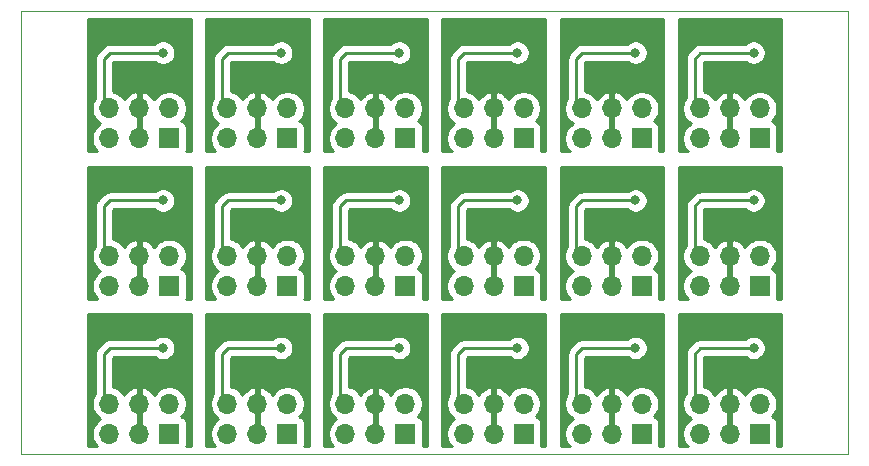
<source format=gbr>
G04 #@! TF.GenerationSoftware,KiCad,Pcbnew,5.1.10-88a1d61d58~90~ubuntu21.04.1*
G04 #@! TF.CreationDate,2021-10-15T10:06:39+02:00*
G04 #@! TF.ProjectId,IndicatorLeds,496e6469-6361-4746-9f72-4c6564732e6b,rev?*
G04 #@! TF.SameCoordinates,Original*
G04 #@! TF.FileFunction,Copper,L2,Bot*
G04 #@! TF.FilePolarity,Positive*
%FSLAX46Y46*%
G04 Gerber Fmt 4.6, Leading zero omitted, Abs format (unit mm)*
G04 Created by KiCad (PCBNEW 5.1.10-88a1d61d58~90~ubuntu21.04.1) date 2021-10-15 10:06:39*
%MOMM*%
%LPD*%
G01*
G04 APERTURE LIST*
G04 #@! TA.AperFunction,Profile*
%ADD10C,0.100000*%
G04 #@! TD*
G04 #@! TA.AperFunction,ComponentPad*
%ADD11R,1.700000X1.700000*%
G04 #@! TD*
G04 #@! TA.AperFunction,ComponentPad*
%ADD12O,1.700000X1.700000*%
G04 #@! TD*
G04 #@! TA.AperFunction,ViaPad*
%ADD13C,0.800000*%
G04 #@! TD*
G04 #@! TA.AperFunction,Conductor*
%ADD14C,0.250000*%
G04 #@! TD*
G04 #@! TA.AperFunction,Conductor*
%ADD15C,0.254000*%
G04 #@! TD*
G04 #@! TA.AperFunction,Conductor*
%ADD16C,0.350000*%
G04 #@! TD*
G04 APERTURE END LIST*
D10*
X45000000Y-49999000D02*
X110000000Y-49999000D01*
X45000000Y-87501000D02*
X45000000Y-49999000D01*
X115001000Y-87501000D02*
X45000000Y-87501000D01*
X115001000Y-49999000D02*
X115001000Y-87501000D01*
X110000000Y-49999000D02*
X115001000Y-49999000D01*
D11*
G04 #@! TO.P,J1,1*
G04 #@! TO.N,Board_18-VCC*
X107529026Y-85761011D03*
D12*
G04 #@! TO.P,J1,2*
X107529026Y-83221011D03*
G04 #@! TO.P,J1,3*
G04 #@! TO.N,Board_18-GND*
X104989026Y-85761011D03*
G04 #@! TO.P,J1,4*
X104989026Y-83221011D03*
G04 #@! TO.P,J1,5*
G04 #@! TO.N,Board_18-/Din*
X102449026Y-85761011D03*
G04 #@! TO.P,J1,6*
G04 #@! TO.N,Board_18-/Dout*
X102449026Y-83221011D03*
G04 #@! TD*
D11*
G04 #@! TO.P,J1,1*
G04 #@! TO.N,Board_17-VCC*
X97529021Y-85761011D03*
D12*
G04 #@! TO.P,J1,2*
X97529021Y-83221011D03*
G04 #@! TO.P,J1,3*
G04 #@! TO.N,Board_17-GND*
X94989021Y-85761011D03*
G04 #@! TO.P,J1,4*
X94989021Y-83221011D03*
G04 #@! TO.P,J1,5*
G04 #@! TO.N,Board_17-/Din*
X92449021Y-85761011D03*
G04 #@! TO.P,J1,6*
G04 #@! TO.N,Board_17-/Dout*
X92449021Y-83221011D03*
G04 #@! TD*
D11*
G04 #@! TO.P,J1,1*
G04 #@! TO.N,Board_16-VCC*
X87529016Y-85761011D03*
D12*
G04 #@! TO.P,J1,2*
X87529016Y-83221011D03*
G04 #@! TO.P,J1,3*
G04 #@! TO.N,Board_16-GND*
X84989016Y-85761011D03*
G04 #@! TO.P,J1,4*
X84989016Y-83221011D03*
G04 #@! TO.P,J1,5*
G04 #@! TO.N,Board_16-/Din*
X82449016Y-85761011D03*
G04 #@! TO.P,J1,6*
G04 #@! TO.N,Board_16-/Dout*
X82449016Y-83221011D03*
G04 #@! TD*
D11*
G04 #@! TO.P,J1,1*
G04 #@! TO.N,Board_15-VCC*
X77529011Y-85761011D03*
D12*
G04 #@! TO.P,J1,2*
X77529011Y-83221011D03*
G04 #@! TO.P,J1,3*
G04 #@! TO.N,Board_15-GND*
X74989011Y-85761011D03*
G04 #@! TO.P,J1,4*
X74989011Y-83221011D03*
G04 #@! TO.P,J1,5*
G04 #@! TO.N,Board_15-/Din*
X72449011Y-85761011D03*
G04 #@! TO.P,J1,6*
G04 #@! TO.N,Board_15-/Dout*
X72449011Y-83221011D03*
G04 #@! TD*
D11*
G04 #@! TO.P,J1,1*
G04 #@! TO.N,Board_14-VCC*
X67529006Y-85761011D03*
D12*
G04 #@! TO.P,J1,2*
X67529006Y-83221011D03*
G04 #@! TO.P,J1,3*
G04 #@! TO.N,Board_14-GND*
X64989006Y-85761011D03*
G04 #@! TO.P,J1,4*
X64989006Y-83221011D03*
G04 #@! TO.P,J1,5*
G04 #@! TO.N,Board_14-/Din*
X62449006Y-85761011D03*
G04 #@! TO.P,J1,6*
G04 #@! TO.N,Board_14-/Dout*
X62449006Y-83221011D03*
G04 #@! TD*
D11*
G04 #@! TO.P,J1,1*
G04 #@! TO.N,Board_13-VCC*
X57529001Y-85761011D03*
D12*
G04 #@! TO.P,J1,2*
X57529001Y-83221011D03*
G04 #@! TO.P,J1,3*
G04 #@! TO.N,Board_13-GND*
X54989001Y-85761011D03*
G04 #@! TO.P,J1,4*
X54989001Y-83221011D03*
G04 #@! TO.P,J1,5*
G04 #@! TO.N,Board_13-/Din*
X52449001Y-85761011D03*
G04 #@! TO.P,J1,6*
G04 #@! TO.N,Board_13-/Dout*
X52449001Y-83221011D03*
G04 #@! TD*
D11*
G04 #@! TO.P,J1,1*
G04 #@! TO.N,Board_12-VCC*
X107529026Y-73261006D03*
D12*
G04 #@! TO.P,J1,2*
X107529026Y-70721006D03*
G04 #@! TO.P,J1,3*
G04 #@! TO.N,Board_12-GND*
X104989026Y-73261006D03*
G04 #@! TO.P,J1,4*
X104989026Y-70721006D03*
G04 #@! TO.P,J1,5*
G04 #@! TO.N,Board_12-/Din*
X102449026Y-73261006D03*
G04 #@! TO.P,J1,6*
G04 #@! TO.N,Board_12-/Dout*
X102449026Y-70721006D03*
G04 #@! TD*
D11*
G04 #@! TO.P,J1,1*
G04 #@! TO.N,Board_11-VCC*
X97529021Y-73261006D03*
D12*
G04 #@! TO.P,J1,2*
X97529021Y-70721006D03*
G04 #@! TO.P,J1,3*
G04 #@! TO.N,Board_11-GND*
X94989021Y-73261006D03*
G04 #@! TO.P,J1,4*
X94989021Y-70721006D03*
G04 #@! TO.P,J1,5*
G04 #@! TO.N,Board_11-/Din*
X92449021Y-73261006D03*
G04 #@! TO.P,J1,6*
G04 #@! TO.N,Board_11-/Dout*
X92449021Y-70721006D03*
G04 #@! TD*
D11*
G04 #@! TO.P,J1,1*
G04 #@! TO.N,Board_10-VCC*
X87529016Y-73261006D03*
D12*
G04 #@! TO.P,J1,2*
X87529016Y-70721006D03*
G04 #@! TO.P,J1,3*
G04 #@! TO.N,Board_10-GND*
X84989016Y-73261006D03*
G04 #@! TO.P,J1,4*
X84989016Y-70721006D03*
G04 #@! TO.P,J1,5*
G04 #@! TO.N,Board_10-/Din*
X82449016Y-73261006D03*
G04 #@! TO.P,J1,6*
G04 #@! TO.N,Board_10-/Dout*
X82449016Y-70721006D03*
G04 #@! TD*
D11*
G04 #@! TO.P,J1,1*
G04 #@! TO.N,Board_9-VCC*
X77529011Y-73261006D03*
D12*
G04 #@! TO.P,J1,2*
X77529011Y-70721006D03*
G04 #@! TO.P,J1,3*
G04 #@! TO.N,Board_9-GND*
X74989011Y-73261006D03*
G04 #@! TO.P,J1,4*
X74989011Y-70721006D03*
G04 #@! TO.P,J1,5*
G04 #@! TO.N,Board_9-/Din*
X72449011Y-73261006D03*
G04 #@! TO.P,J1,6*
G04 #@! TO.N,Board_9-/Dout*
X72449011Y-70721006D03*
G04 #@! TD*
D11*
G04 #@! TO.P,J1,1*
G04 #@! TO.N,Board_8-VCC*
X67529006Y-73261006D03*
D12*
G04 #@! TO.P,J1,2*
X67529006Y-70721006D03*
G04 #@! TO.P,J1,3*
G04 #@! TO.N,Board_8-GND*
X64989006Y-73261006D03*
G04 #@! TO.P,J1,4*
X64989006Y-70721006D03*
G04 #@! TO.P,J1,5*
G04 #@! TO.N,Board_8-/Din*
X62449006Y-73261006D03*
G04 #@! TO.P,J1,6*
G04 #@! TO.N,Board_8-/Dout*
X62449006Y-70721006D03*
G04 #@! TD*
D11*
G04 #@! TO.P,J1,1*
G04 #@! TO.N,Board_7-VCC*
X57529001Y-73261006D03*
D12*
G04 #@! TO.P,J1,2*
X57529001Y-70721006D03*
G04 #@! TO.P,J1,3*
G04 #@! TO.N,Board_7-GND*
X54989001Y-73261006D03*
G04 #@! TO.P,J1,4*
X54989001Y-70721006D03*
G04 #@! TO.P,J1,5*
G04 #@! TO.N,Board_7-/Din*
X52449001Y-73261006D03*
G04 #@! TO.P,J1,6*
G04 #@! TO.N,Board_7-/Dout*
X52449001Y-70721006D03*
G04 #@! TD*
D11*
G04 #@! TO.P,J1,1*
G04 #@! TO.N,Board_6-VCC*
X107529026Y-60761001D03*
D12*
G04 #@! TO.P,J1,2*
X107529026Y-58221001D03*
G04 #@! TO.P,J1,3*
G04 #@! TO.N,Board_6-GND*
X104989026Y-60761001D03*
G04 #@! TO.P,J1,4*
X104989026Y-58221001D03*
G04 #@! TO.P,J1,5*
G04 #@! TO.N,Board_6-/Din*
X102449026Y-60761001D03*
G04 #@! TO.P,J1,6*
G04 #@! TO.N,Board_6-/Dout*
X102449026Y-58221001D03*
G04 #@! TD*
D11*
G04 #@! TO.P,J1,1*
G04 #@! TO.N,Board_5-VCC*
X97529021Y-60761001D03*
D12*
G04 #@! TO.P,J1,2*
X97529021Y-58221001D03*
G04 #@! TO.P,J1,3*
G04 #@! TO.N,Board_5-GND*
X94989021Y-60761001D03*
G04 #@! TO.P,J1,4*
X94989021Y-58221001D03*
G04 #@! TO.P,J1,5*
G04 #@! TO.N,Board_5-/Din*
X92449021Y-60761001D03*
G04 #@! TO.P,J1,6*
G04 #@! TO.N,Board_5-/Dout*
X92449021Y-58221001D03*
G04 #@! TD*
D11*
G04 #@! TO.P,J1,1*
G04 #@! TO.N,Board_4-VCC*
X87529016Y-60761001D03*
D12*
G04 #@! TO.P,J1,2*
X87529016Y-58221001D03*
G04 #@! TO.P,J1,3*
G04 #@! TO.N,Board_4-GND*
X84989016Y-60761001D03*
G04 #@! TO.P,J1,4*
X84989016Y-58221001D03*
G04 #@! TO.P,J1,5*
G04 #@! TO.N,Board_4-/Din*
X82449016Y-60761001D03*
G04 #@! TO.P,J1,6*
G04 #@! TO.N,Board_4-/Dout*
X82449016Y-58221001D03*
G04 #@! TD*
D11*
G04 #@! TO.P,J1,1*
G04 #@! TO.N,Board_3-VCC*
X77529011Y-60761001D03*
D12*
G04 #@! TO.P,J1,2*
X77529011Y-58221001D03*
G04 #@! TO.P,J1,3*
G04 #@! TO.N,Board_3-GND*
X74989011Y-60761001D03*
G04 #@! TO.P,J1,4*
X74989011Y-58221001D03*
G04 #@! TO.P,J1,5*
G04 #@! TO.N,Board_3-/Din*
X72449011Y-60761001D03*
G04 #@! TO.P,J1,6*
G04 #@! TO.N,Board_3-/Dout*
X72449011Y-58221001D03*
G04 #@! TD*
D11*
G04 #@! TO.P,J1,1*
G04 #@! TO.N,Board_2-VCC*
X67529006Y-60761001D03*
D12*
G04 #@! TO.P,J1,2*
X67529006Y-58221001D03*
G04 #@! TO.P,J1,3*
G04 #@! TO.N,Board_2-GND*
X64989006Y-60761001D03*
G04 #@! TO.P,J1,4*
X64989006Y-58221001D03*
G04 #@! TO.P,J1,5*
G04 #@! TO.N,Board_2-/Din*
X62449006Y-60761001D03*
G04 #@! TO.P,J1,6*
G04 #@! TO.N,Board_2-/Dout*
X62449006Y-58221001D03*
G04 #@! TD*
D11*
G04 #@! TO.P,J1,1*
G04 #@! TO.N,Board_1-VCC*
X57529001Y-60761001D03*
D12*
G04 #@! TO.P,J1,2*
X57529001Y-58221001D03*
G04 #@! TO.P,J1,3*
G04 #@! TO.N,Board_1-GND*
X54989001Y-60761001D03*
G04 #@! TO.P,J1,4*
X54989001Y-58221001D03*
G04 #@! TO.P,J1,5*
G04 #@! TO.N,Board_1-/Din*
X52449001Y-60761001D03*
G04 #@! TO.P,J1,6*
G04 #@! TO.N,Board_1-/Dout*
X52449001Y-58221001D03*
G04 #@! TD*
D13*
G04 #@! TO.N,Board_1-/Dout*
X57000001Y-53500001D03*
G04 #@! TO.N,Board_1-GND*
X53846001Y-51871001D03*
G04 #@! TO.N,Board_2-/Dout*
X67000006Y-53500001D03*
G04 #@! TO.N,Board_2-GND*
X63846006Y-51871001D03*
G04 #@! TO.N,Board_3-/Dout*
X77000011Y-53500001D03*
G04 #@! TO.N,Board_3-GND*
X73846011Y-51871001D03*
G04 #@! TO.N,Board_4-/Dout*
X87000016Y-53500001D03*
G04 #@! TO.N,Board_4-GND*
X83846016Y-51871001D03*
G04 #@! TO.N,Board_5-/Dout*
X97000021Y-53500001D03*
G04 #@! TO.N,Board_5-GND*
X93846021Y-51871001D03*
G04 #@! TO.N,Board_6-/Dout*
X107000026Y-53500001D03*
G04 #@! TO.N,Board_6-GND*
X103846026Y-51871001D03*
G04 #@! TO.N,Board_7-/Dout*
X57000001Y-66000006D03*
G04 #@! TO.N,Board_7-GND*
X53846001Y-64371006D03*
G04 #@! TO.N,Board_8-/Dout*
X67000006Y-66000006D03*
G04 #@! TO.N,Board_8-GND*
X63846006Y-64371006D03*
G04 #@! TO.N,Board_9-/Dout*
X77000011Y-66000006D03*
G04 #@! TO.N,Board_9-GND*
X73846011Y-64371006D03*
G04 #@! TO.N,Board_10-/Dout*
X87000016Y-66000006D03*
G04 #@! TO.N,Board_10-GND*
X83846016Y-64371006D03*
G04 #@! TO.N,Board_11-/Dout*
X97000021Y-66000006D03*
G04 #@! TO.N,Board_11-GND*
X93846021Y-64371006D03*
G04 #@! TO.N,Board_12-/Dout*
X107000026Y-66000006D03*
G04 #@! TO.N,Board_12-GND*
X103846026Y-64371006D03*
G04 #@! TO.N,Board_13-/Dout*
X57000001Y-78500011D03*
G04 #@! TO.N,Board_13-GND*
X53846001Y-76871011D03*
G04 #@! TO.N,Board_14-/Dout*
X67000006Y-78500011D03*
G04 #@! TO.N,Board_14-GND*
X63846006Y-76871011D03*
G04 #@! TO.N,Board_15-/Dout*
X77000011Y-78500011D03*
G04 #@! TO.N,Board_15-GND*
X73846011Y-76871011D03*
G04 #@! TO.N,Board_16-/Dout*
X87000016Y-78500011D03*
G04 #@! TO.N,Board_16-GND*
X83846016Y-76871011D03*
G04 #@! TO.N,Board_17-/Dout*
X97000021Y-78500011D03*
G04 #@! TO.N,Board_17-GND*
X93846021Y-76871011D03*
G04 #@! TO.N,Board_18-/Dout*
X107000026Y-78500011D03*
G04 #@! TO.N,Board_18-GND*
X103846026Y-76871011D03*
G04 #@! TD*
D14*
G04 #@! TO.N,Board_1-/Dout*
X52449001Y-58221001D02*
X52000001Y-57772001D01*
X52500001Y-53500001D02*
X52000001Y-54000001D01*
X57000001Y-53500001D02*
X52500001Y-53500001D01*
X52000001Y-57772001D02*
X52000001Y-54000001D01*
G04 #@! TO.N,Board_2-/Dout*
X62449006Y-58221001D02*
X62000006Y-57772001D01*
X62500006Y-53500001D02*
X62000006Y-54000001D01*
X67000006Y-53500001D02*
X62500006Y-53500001D01*
X62000006Y-57772001D02*
X62000006Y-54000001D01*
G04 #@! TO.N,Board_3-/Dout*
X72449011Y-58221001D02*
X72000011Y-57772001D01*
X72500011Y-53500001D02*
X72000011Y-54000001D01*
X77000011Y-53500001D02*
X72500011Y-53500001D01*
X72000011Y-57772001D02*
X72000011Y-54000001D01*
G04 #@! TO.N,Board_4-/Dout*
X82449016Y-58221001D02*
X82000016Y-57772001D01*
X82500016Y-53500001D02*
X82000016Y-54000001D01*
X87000016Y-53500001D02*
X82500016Y-53500001D01*
X82000016Y-57772001D02*
X82000016Y-54000001D01*
G04 #@! TO.N,Board_5-/Dout*
X92449021Y-58221001D02*
X92000021Y-57772001D01*
X92500021Y-53500001D02*
X92000021Y-54000001D01*
X97000021Y-53500001D02*
X92500021Y-53500001D01*
X92000021Y-57772001D02*
X92000021Y-54000001D01*
G04 #@! TO.N,Board_6-/Dout*
X102449026Y-58221001D02*
X102000026Y-57772001D01*
X102500026Y-53500001D02*
X102000026Y-54000001D01*
X107000026Y-53500001D02*
X102500026Y-53500001D01*
X102000026Y-57772001D02*
X102000026Y-54000001D01*
G04 #@! TO.N,Board_7-/Dout*
X52449001Y-70721006D02*
X52000001Y-70272006D01*
X52500001Y-66000006D02*
X52000001Y-66500006D01*
X57000001Y-66000006D02*
X52500001Y-66000006D01*
X52000001Y-70272006D02*
X52000001Y-66500006D01*
G04 #@! TO.N,Board_8-/Dout*
X62449006Y-70721006D02*
X62000006Y-70272006D01*
X62500006Y-66000006D02*
X62000006Y-66500006D01*
X67000006Y-66000006D02*
X62500006Y-66000006D01*
X62000006Y-70272006D02*
X62000006Y-66500006D01*
G04 #@! TO.N,Board_9-/Dout*
X72449011Y-70721006D02*
X72000011Y-70272006D01*
X72500011Y-66000006D02*
X72000011Y-66500006D01*
X77000011Y-66000006D02*
X72500011Y-66000006D01*
X72000011Y-70272006D02*
X72000011Y-66500006D01*
G04 #@! TO.N,Board_10-/Dout*
X82449016Y-70721006D02*
X82000016Y-70272006D01*
X82500016Y-66000006D02*
X82000016Y-66500006D01*
X87000016Y-66000006D02*
X82500016Y-66000006D01*
X82000016Y-70272006D02*
X82000016Y-66500006D01*
G04 #@! TO.N,Board_11-/Dout*
X92449021Y-70721006D02*
X92000021Y-70272006D01*
X92500021Y-66000006D02*
X92000021Y-66500006D01*
X97000021Y-66000006D02*
X92500021Y-66000006D01*
X92000021Y-70272006D02*
X92000021Y-66500006D01*
G04 #@! TO.N,Board_12-/Dout*
X102449026Y-70721006D02*
X102000026Y-70272006D01*
X102500026Y-66000006D02*
X102000026Y-66500006D01*
X107000026Y-66000006D02*
X102500026Y-66000006D01*
X102000026Y-70272006D02*
X102000026Y-66500006D01*
G04 #@! TO.N,Board_13-/Dout*
X52449001Y-83221011D02*
X52000001Y-82772011D01*
X52500001Y-78500011D02*
X52000001Y-79000011D01*
X57000001Y-78500011D02*
X52500001Y-78500011D01*
X52000001Y-82772011D02*
X52000001Y-79000011D01*
G04 #@! TO.N,Board_14-/Dout*
X62449006Y-83221011D02*
X62000006Y-82772011D01*
X62500006Y-78500011D02*
X62000006Y-79000011D01*
X67000006Y-78500011D02*
X62500006Y-78500011D01*
X62000006Y-82772011D02*
X62000006Y-79000011D01*
G04 #@! TO.N,Board_15-/Dout*
X72449011Y-83221011D02*
X72000011Y-82772011D01*
X72500011Y-78500011D02*
X72000011Y-79000011D01*
X77000011Y-78500011D02*
X72500011Y-78500011D01*
X72000011Y-82772011D02*
X72000011Y-79000011D01*
G04 #@! TO.N,Board_16-/Dout*
X82449016Y-83221011D02*
X82000016Y-82772011D01*
X82500016Y-78500011D02*
X82000016Y-79000011D01*
X87000016Y-78500011D02*
X82500016Y-78500011D01*
X82000016Y-82772011D02*
X82000016Y-79000011D01*
G04 #@! TO.N,Board_17-/Dout*
X92449021Y-83221011D02*
X92000021Y-82772011D01*
X92500021Y-78500011D02*
X92000021Y-79000011D01*
X97000021Y-78500011D02*
X92500021Y-78500011D01*
X92000021Y-82772011D02*
X92000021Y-79000011D01*
G04 #@! TO.N,Board_18-/Dout*
X102449026Y-83221011D02*
X102000026Y-82772011D01*
X102500026Y-78500011D02*
X102000026Y-79000011D01*
X107000026Y-78500011D02*
X102500026Y-78500011D01*
X102000026Y-82772011D02*
X102000026Y-79000011D01*
G04 #@! TD*
D15*
G04 #@! TO.N,Board_1-GND*
X59340001Y-61840001D02*
X58973108Y-61840001D01*
X59004813Y-61735483D01*
X59017073Y-61611001D01*
X59017073Y-59911001D01*
X59004813Y-59786519D01*
X58968503Y-59666821D01*
X58909538Y-59556507D01*
X58830186Y-59459816D01*
X58733495Y-59380464D01*
X58623181Y-59321499D01*
X58550621Y-59299488D01*
X58682476Y-59167633D01*
X58844991Y-58924412D01*
X58956933Y-58654159D01*
X59014001Y-58367261D01*
X59014001Y-58074741D01*
X58956933Y-57787843D01*
X58844991Y-57517590D01*
X58682476Y-57274369D01*
X58475633Y-57067526D01*
X58232412Y-56905011D01*
X57962159Y-56793069D01*
X57675261Y-56736001D01*
X57382741Y-56736001D01*
X57095843Y-56793069D01*
X56825590Y-56905011D01*
X56582369Y-57067526D01*
X56375526Y-57274369D01*
X56253806Y-57456535D01*
X56184179Y-57339646D01*
X55989270Y-57123413D01*
X55755921Y-56949360D01*
X55493100Y-56824176D01*
X55345891Y-56779525D01*
X55116001Y-56900846D01*
X55116001Y-58094001D01*
X55136001Y-58094001D01*
X55136001Y-58348001D01*
X55116001Y-58348001D01*
X55116001Y-60634001D01*
X55136001Y-60634001D01*
X55136001Y-60888001D01*
X55116001Y-60888001D01*
X55116001Y-60908001D01*
X54862001Y-60908001D01*
X54862001Y-60888001D01*
X54842001Y-60888001D01*
X54842001Y-60634001D01*
X54862001Y-60634001D01*
X54862001Y-58348001D01*
X54842001Y-58348001D01*
X54842001Y-58094001D01*
X54862001Y-58094001D01*
X54862001Y-56900846D01*
X54632111Y-56779525D01*
X54484902Y-56824176D01*
X54222081Y-56949360D01*
X53988732Y-57123413D01*
X53793823Y-57339646D01*
X53724196Y-57456535D01*
X53602476Y-57274369D01*
X53395633Y-57067526D01*
X53152412Y-56905011D01*
X52882159Y-56793069D01*
X52760001Y-56768770D01*
X52760001Y-54314802D01*
X52814802Y-54260001D01*
X56296290Y-54260001D01*
X56340227Y-54303938D01*
X56509745Y-54417206D01*
X56698103Y-54495227D01*
X56898062Y-54535001D01*
X57101940Y-54535001D01*
X57301899Y-54495227D01*
X57490257Y-54417206D01*
X57659775Y-54303938D01*
X57803938Y-54159775D01*
X57917206Y-53990257D01*
X57995227Y-53801899D01*
X58035001Y-53601940D01*
X58035001Y-53398062D01*
X57995227Y-53198103D01*
X57917206Y-53009745D01*
X57803938Y-52840227D01*
X57659775Y-52696064D01*
X57490257Y-52582796D01*
X57301899Y-52504775D01*
X57101940Y-52465001D01*
X56898062Y-52465001D01*
X56698103Y-52504775D01*
X56509745Y-52582796D01*
X56340227Y-52696064D01*
X56296290Y-52740001D01*
X52537326Y-52740001D01*
X52500001Y-52736325D01*
X52462676Y-52740001D01*
X52462668Y-52740001D01*
X52351015Y-52750998D01*
X52207754Y-52794455D01*
X52075725Y-52865027D01*
X51960000Y-52960000D01*
X51936197Y-52989004D01*
X51488999Y-53436202D01*
X51460001Y-53460000D01*
X51436203Y-53488998D01*
X51436202Y-53488999D01*
X51365027Y-53575725D01*
X51294455Y-53707755D01*
X51250999Y-53851016D01*
X51236325Y-54000001D01*
X51240002Y-54037333D01*
X51240001Y-57357468D01*
X51133011Y-57517590D01*
X51021069Y-57787843D01*
X50964001Y-58074741D01*
X50964001Y-58367261D01*
X51021069Y-58654159D01*
X51133011Y-58924412D01*
X51295526Y-59167633D01*
X51502369Y-59374476D01*
X51676761Y-59491001D01*
X51502369Y-59607526D01*
X51295526Y-59814369D01*
X51133011Y-60057590D01*
X51021069Y-60327843D01*
X50964001Y-60614741D01*
X50964001Y-60907261D01*
X51021069Y-61194159D01*
X51133011Y-61464412D01*
X51295526Y-61707633D01*
X51427894Y-61840001D01*
X50660001Y-61840001D01*
X50660001Y-50660001D01*
X59340002Y-50660001D01*
X59340001Y-61840001D01*
G04 #@! TA.AperFunction,Conductor*
D16*
G36*
X59340001Y-61840001D02*
G01*
X58973108Y-61840001D01*
X59004813Y-61735483D01*
X59017073Y-61611001D01*
X59017073Y-59911001D01*
X59004813Y-59786519D01*
X58968503Y-59666821D01*
X58909538Y-59556507D01*
X58830186Y-59459816D01*
X58733495Y-59380464D01*
X58623181Y-59321499D01*
X58550621Y-59299488D01*
X58682476Y-59167633D01*
X58844991Y-58924412D01*
X58956933Y-58654159D01*
X59014001Y-58367261D01*
X59014001Y-58074741D01*
X58956933Y-57787843D01*
X58844991Y-57517590D01*
X58682476Y-57274369D01*
X58475633Y-57067526D01*
X58232412Y-56905011D01*
X57962159Y-56793069D01*
X57675261Y-56736001D01*
X57382741Y-56736001D01*
X57095843Y-56793069D01*
X56825590Y-56905011D01*
X56582369Y-57067526D01*
X56375526Y-57274369D01*
X56253806Y-57456535D01*
X56184179Y-57339646D01*
X55989270Y-57123413D01*
X55755921Y-56949360D01*
X55493100Y-56824176D01*
X55345891Y-56779525D01*
X55116001Y-56900846D01*
X55116001Y-58094001D01*
X55136001Y-58094001D01*
X55136001Y-58348001D01*
X55116001Y-58348001D01*
X55116001Y-60634001D01*
X55136001Y-60634001D01*
X55136001Y-60888001D01*
X55116001Y-60888001D01*
X55116001Y-60908001D01*
X54862001Y-60908001D01*
X54862001Y-60888001D01*
X54842001Y-60888001D01*
X54842001Y-60634001D01*
X54862001Y-60634001D01*
X54862001Y-58348001D01*
X54842001Y-58348001D01*
X54842001Y-58094001D01*
X54862001Y-58094001D01*
X54862001Y-56900846D01*
X54632111Y-56779525D01*
X54484902Y-56824176D01*
X54222081Y-56949360D01*
X53988732Y-57123413D01*
X53793823Y-57339646D01*
X53724196Y-57456535D01*
X53602476Y-57274369D01*
X53395633Y-57067526D01*
X53152412Y-56905011D01*
X52882159Y-56793069D01*
X52760001Y-56768770D01*
X52760001Y-54314802D01*
X52814802Y-54260001D01*
X56296290Y-54260001D01*
X56340227Y-54303938D01*
X56509745Y-54417206D01*
X56698103Y-54495227D01*
X56898062Y-54535001D01*
X57101940Y-54535001D01*
X57301899Y-54495227D01*
X57490257Y-54417206D01*
X57659775Y-54303938D01*
X57803938Y-54159775D01*
X57917206Y-53990257D01*
X57995227Y-53801899D01*
X58035001Y-53601940D01*
X58035001Y-53398062D01*
X57995227Y-53198103D01*
X57917206Y-53009745D01*
X57803938Y-52840227D01*
X57659775Y-52696064D01*
X57490257Y-52582796D01*
X57301899Y-52504775D01*
X57101940Y-52465001D01*
X56898062Y-52465001D01*
X56698103Y-52504775D01*
X56509745Y-52582796D01*
X56340227Y-52696064D01*
X56296290Y-52740001D01*
X52537326Y-52740001D01*
X52500001Y-52736325D01*
X52462676Y-52740001D01*
X52462668Y-52740001D01*
X52351015Y-52750998D01*
X52207754Y-52794455D01*
X52075725Y-52865027D01*
X51960000Y-52960000D01*
X51936197Y-52989004D01*
X51488999Y-53436202D01*
X51460001Y-53460000D01*
X51436203Y-53488998D01*
X51436202Y-53488999D01*
X51365027Y-53575725D01*
X51294455Y-53707755D01*
X51250999Y-53851016D01*
X51236325Y-54000001D01*
X51240002Y-54037333D01*
X51240001Y-57357468D01*
X51133011Y-57517590D01*
X51021069Y-57787843D01*
X50964001Y-58074741D01*
X50964001Y-58367261D01*
X51021069Y-58654159D01*
X51133011Y-58924412D01*
X51295526Y-59167633D01*
X51502369Y-59374476D01*
X51676761Y-59491001D01*
X51502369Y-59607526D01*
X51295526Y-59814369D01*
X51133011Y-60057590D01*
X51021069Y-60327843D01*
X50964001Y-60614741D01*
X50964001Y-60907261D01*
X51021069Y-61194159D01*
X51133011Y-61464412D01*
X51295526Y-61707633D01*
X51427894Y-61840001D01*
X50660001Y-61840001D01*
X50660001Y-50660001D01*
X59340002Y-50660001D01*
X59340001Y-61840001D01*
G37*
G04 #@! TD.AperFunction*
G04 #@! TD*
D15*
G04 #@! TO.N,Board_2-GND*
X69340006Y-61840001D02*
X68973113Y-61840001D01*
X69004818Y-61735483D01*
X69017078Y-61611001D01*
X69017078Y-59911001D01*
X69004818Y-59786519D01*
X68968508Y-59666821D01*
X68909543Y-59556507D01*
X68830191Y-59459816D01*
X68733500Y-59380464D01*
X68623186Y-59321499D01*
X68550626Y-59299488D01*
X68682481Y-59167633D01*
X68844996Y-58924412D01*
X68956938Y-58654159D01*
X69014006Y-58367261D01*
X69014006Y-58074741D01*
X68956938Y-57787843D01*
X68844996Y-57517590D01*
X68682481Y-57274369D01*
X68475638Y-57067526D01*
X68232417Y-56905011D01*
X67962164Y-56793069D01*
X67675266Y-56736001D01*
X67382746Y-56736001D01*
X67095848Y-56793069D01*
X66825595Y-56905011D01*
X66582374Y-57067526D01*
X66375531Y-57274369D01*
X66253811Y-57456535D01*
X66184184Y-57339646D01*
X65989275Y-57123413D01*
X65755926Y-56949360D01*
X65493105Y-56824176D01*
X65345896Y-56779525D01*
X65116006Y-56900846D01*
X65116006Y-58094001D01*
X65136006Y-58094001D01*
X65136006Y-58348001D01*
X65116006Y-58348001D01*
X65116006Y-60634001D01*
X65136006Y-60634001D01*
X65136006Y-60888001D01*
X65116006Y-60888001D01*
X65116006Y-60908001D01*
X64862006Y-60908001D01*
X64862006Y-60888001D01*
X64842006Y-60888001D01*
X64842006Y-60634001D01*
X64862006Y-60634001D01*
X64862006Y-58348001D01*
X64842006Y-58348001D01*
X64842006Y-58094001D01*
X64862006Y-58094001D01*
X64862006Y-56900846D01*
X64632116Y-56779525D01*
X64484907Y-56824176D01*
X64222086Y-56949360D01*
X63988737Y-57123413D01*
X63793828Y-57339646D01*
X63724201Y-57456535D01*
X63602481Y-57274369D01*
X63395638Y-57067526D01*
X63152417Y-56905011D01*
X62882164Y-56793069D01*
X62760006Y-56768770D01*
X62760006Y-54314802D01*
X62814807Y-54260001D01*
X66296295Y-54260001D01*
X66340232Y-54303938D01*
X66509750Y-54417206D01*
X66698108Y-54495227D01*
X66898067Y-54535001D01*
X67101945Y-54535001D01*
X67301904Y-54495227D01*
X67490262Y-54417206D01*
X67659780Y-54303938D01*
X67803943Y-54159775D01*
X67917211Y-53990257D01*
X67995232Y-53801899D01*
X68035006Y-53601940D01*
X68035006Y-53398062D01*
X67995232Y-53198103D01*
X67917211Y-53009745D01*
X67803943Y-52840227D01*
X67659780Y-52696064D01*
X67490262Y-52582796D01*
X67301904Y-52504775D01*
X67101945Y-52465001D01*
X66898067Y-52465001D01*
X66698108Y-52504775D01*
X66509750Y-52582796D01*
X66340232Y-52696064D01*
X66296295Y-52740001D01*
X62537331Y-52740001D01*
X62500006Y-52736325D01*
X62462681Y-52740001D01*
X62462673Y-52740001D01*
X62351020Y-52750998D01*
X62207759Y-52794455D01*
X62075730Y-52865027D01*
X61960005Y-52960000D01*
X61936202Y-52989004D01*
X61489004Y-53436202D01*
X61460006Y-53460000D01*
X61436208Y-53488998D01*
X61436207Y-53488999D01*
X61365032Y-53575725D01*
X61294460Y-53707755D01*
X61251004Y-53851016D01*
X61236330Y-54000001D01*
X61240007Y-54037333D01*
X61240006Y-57357468D01*
X61133016Y-57517590D01*
X61021074Y-57787843D01*
X60964006Y-58074741D01*
X60964006Y-58367261D01*
X61021074Y-58654159D01*
X61133016Y-58924412D01*
X61295531Y-59167633D01*
X61502374Y-59374476D01*
X61676766Y-59491001D01*
X61502374Y-59607526D01*
X61295531Y-59814369D01*
X61133016Y-60057590D01*
X61021074Y-60327843D01*
X60964006Y-60614741D01*
X60964006Y-60907261D01*
X61021074Y-61194159D01*
X61133016Y-61464412D01*
X61295531Y-61707633D01*
X61427899Y-61840001D01*
X60660006Y-61840001D01*
X60660006Y-50660001D01*
X69340007Y-50660001D01*
X69340006Y-61840001D01*
G04 #@! TA.AperFunction,Conductor*
D16*
G36*
X69340006Y-61840001D02*
G01*
X68973113Y-61840001D01*
X69004818Y-61735483D01*
X69017078Y-61611001D01*
X69017078Y-59911001D01*
X69004818Y-59786519D01*
X68968508Y-59666821D01*
X68909543Y-59556507D01*
X68830191Y-59459816D01*
X68733500Y-59380464D01*
X68623186Y-59321499D01*
X68550626Y-59299488D01*
X68682481Y-59167633D01*
X68844996Y-58924412D01*
X68956938Y-58654159D01*
X69014006Y-58367261D01*
X69014006Y-58074741D01*
X68956938Y-57787843D01*
X68844996Y-57517590D01*
X68682481Y-57274369D01*
X68475638Y-57067526D01*
X68232417Y-56905011D01*
X67962164Y-56793069D01*
X67675266Y-56736001D01*
X67382746Y-56736001D01*
X67095848Y-56793069D01*
X66825595Y-56905011D01*
X66582374Y-57067526D01*
X66375531Y-57274369D01*
X66253811Y-57456535D01*
X66184184Y-57339646D01*
X65989275Y-57123413D01*
X65755926Y-56949360D01*
X65493105Y-56824176D01*
X65345896Y-56779525D01*
X65116006Y-56900846D01*
X65116006Y-58094001D01*
X65136006Y-58094001D01*
X65136006Y-58348001D01*
X65116006Y-58348001D01*
X65116006Y-60634001D01*
X65136006Y-60634001D01*
X65136006Y-60888001D01*
X65116006Y-60888001D01*
X65116006Y-60908001D01*
X64862006Y-60908001D01*
X64862006Y-60888001D01*
X64842006Y-60888001D01*
X64842006Y-60634001D01*
X64862006Y-60634001D01*
X64862006Y-58348001D01*
X64842006Y-58348001D01*
X64842006Y-58094001D01*
X64862006Y-58094001D01*
X64862006Y-56900846D01*
X64632116Y-56779525D01*
X64484907Y-56824176D01*
X64222086Y-56949360D01*
X63988737Y-57123413D01*
X63793828Y-57339646D01*
X63724201Y-57456535D01*
X63602481Y-57274369D01*
X63395638Y-57067526D01*
X63152417Y-56905011D01*
X62882164Y-56793069D01*
X62760006Y-56768770D01*
X62760006Y-54314802D01*
X62814807Y-54260001D01*
X66296295Y-54260001D01*
X66340232Y-54303938D01*
X66509750Y-54417206D01*
X66698108Y-54495227D01*
X66898067Y-54535001D01*
X67101945Y-54535001D01*
X67301904Y-54495227D01*
X67490262Y-54417206D01*
X67659780Y-54303938D01*
X67803943Y-54159775D01*
X67917211Y-53990257D01*
X67995232Y-53801899D01*
X68035006Y-53601940D01*
X68035006Y-53398062D01*
X67995232Y-53198103D01*
X67917211Y-53009745D01*
X67803943Y-52840227D01*
X67659780Y-52696064D01*
X67490262Y-52582796D01*
X67301904Y-52504775D01*
X67101945Y-52465001D01*
X66898067Y-52465001D01*
X66698108Y-52504775D01*
X66509750Y-52582796D01*
X66340232Y-52696064D01*
X66296295Y-52740001D01*
X62537331Y-52740001D01*
X62500006Y-52736325D01*
X62462681Y-52740001D01*
X62462673Y-52740001D01*
X62351020Y-52750998D01*
X62207759Y-52794455D01*
X62075730Y-52865027D01*
X61960005Y-52960000D01*
X61936202Y-52989004D01*
X61489004Y-53436202D01*
X61460006Y-53460000D01*
X61436208Y-53488998D01*
X61436207Y-53488999D01*
X61365032Y-53575725D01*
X61294460Y-53707755D01*
X61251004Y-53851016D01*
X61236330Y-54000001D01*
X61240007Y-54037333D01*
X61240006Y-57357468D01*
X61133016Y-57517590D01*
X61021074Y-57787843D01*
X60964006Y-58074741D01*
X60964006Y-58367261D01*
X61021074Y-58654159D01*
X61133016Y-58924412D01*
X61295531Y-59167633D01*
X61502374Y-59374476D01*
X61676766Y-59491001D01*
X61502374Y-59607526D01*
X61295531Y-59814369D01*
X61133016Y-60057590D01*
X61021074Y-60327843D01*
X60964006Y-60614741D01*
X60964006Y-60907261D01*
X61021074Y-61194159D01*
X61133016Y-61464412D01*
X61295531Y-61707633D01*
X61427899Y-61840001D01*
X60660006Y-61840001D01*
X60660006Y-50660001D01*
X69340007Y-50660001D01*
X69340006Y-61840001D01*
G37*
G04 #@! TD.AperFunction*
G04 #@! TD*
D15*
G04 #@! TO.N,Board_3-GND*
X79340011Y-61840001D02*
X78973118Y-61840001D01*
X79004823Y-61735483D01*
X79017083Y-61611001D01*
X79017083Y-59911001D01*
X79004823Y-59786519D01*
X78968513Y-59666821D01*
X78909548Y-59556507D01*
X78830196Y-59459816D01*
X78733505Y-59380464D01*
X78623191Y-59321499D01*
X78550631Y-59299488D01*
X78682486Y-59167633D01*
X78845001Y-58924412D01*
X78956943Y-58654159D01*
X79014011Y-58367261D01*
X79014011Y-58074741D01*
X78956943Y-57787843D01*
X78845001Y-57517590D01*
X78682486Y-57274369D01*
X78475643Y-57067526D01*
X78232422Y-56905011D01*
X77962169Y-56793069D01*
X77675271Y-56736001D01*
X77382751Y-56736001D01*
X77095853Y-56793069D01*
X76825600Y-56905011D01*
X76582379Y-57067526D01*
X76375536Y-57274369D01*
X76253816Y-57456535D01*
X76184189Y-57339646D01*
X75989280Y-57123413D01*
X75755931Y-56949360D01*
X75493110Y-56824176D01*
X75345901Y-56779525D01*
X75116011Y-56900846D01*
X75116011Y-58094001D01*
X75136011Y-58094001D01*
X75136011Y-58348001D01*
X75116011Y-58348001D01*
X75116011Y-60634001D01*
X75136011Y-60634001D01*
X75136011Y-60888001D01*
X75116011Y-60888001D01*
X75116011Y-60908001D01*
X74862011Y-60908001D01*
X74862011Y-60888001D01*
X74842011Y-60888001D01*
X74842011Y-60634001D01*
X74862011Y-60634001D01*
X74862011Y-58348001D01*
X74842011Y-58348001D01*
X74842011Y-58094001D01*
X74862011Y-58094001D01*
X74862011Y-56900846D01*
X74632121Y-56779525D01*
X74484912Y-56824176D01*
X74222091Y-56949360D01*
X73988742Y-57123413D01*
X73793833Y-57339646D01*
X73724206Y-57456535D01*
X73602486Y-57274369D01*
X73395643Y-57067526D01*
X73152422Y-56905011D01*
X72882169Y-56793069D01*
X72760011Y-56768770D01*
X72760011Y-54314802D01*
X72814812Y-54260001D01*
X76296300Y-54260001D01*
X76340237Y-54303938D01*
X76509755Y-54417206D01*
X76698113Y-54495227D01*
X76898072Y-54535001D01*
X77101950Y-54535001D01*
X77301909Y-54495227D01*
X77490267Y-54417206D01*
X77659785Y-54303938D01*
X77803948Y-54159775D01*
X77917216Y-53990257D01*
X77995237Y-53801899D01*
X78035011Y-53601940D01*
X78035011Y-53398062D01*
X77995237Y-53198103D01*
X77917216Y-53009745D01*
X77803948Y-52840227D01*
X77659785Y-52696064D01*
X77490267Y-52582796D01*
X77301909Y-52504775D01*
X77101950Y-52465001D01*
X76898072Y-52465001D01*
X76698113Y-52504775D01*
X76509755Y-52582796D01*
X76340237Y-52696064D01*
X76296300Y-52740001D01*
X72537336Y-52740001D01*
X72500011Y-52736325D01*
X72462686Y-52740001D01*
X72462678Y-52740001D01*
X72351025Y-52750998D01*
X72207764Y-52794455D01*
X72075735Y-52865027D01*
X71960010Y-52960000D01*
X71936207Y-52989004D01*
X71489009Y-53436202D01*
X71460011Y-53460000D01*
X71436213Y-53488998D01*
X71436212Y-53488999D01*
X71365037Y-53575725D01*
X71294465Y-53707755D01*
X71251009Y-53851016D01*
X71236335Y-54000001D01*
X71240012Y-54037333D01*
X71240011Y-57357468D01*
X71133021Y-57517590D01*
X71021079Y-57787843D01*
X70964011Y-58074741D01*
X70964011Y-58367261D01*
X71021079Y-58654159D01*
X71133021Y-58924412D01*
X71295536Y-59167633D01*
X71502379Y-59374476D01*
X71676771Y-59491001D01*
X71502379Y-59607526D01*
X71295536Y-59814369D01*
X71133021Y-60057590D01*
X71021079Y-60327843D01*
X70964011Y-60614741D01*
X70964011Y-60907261D01*
X71021079Y-61194159D01*
X71133021Y-61464412D01*
X71295536Y-61707633D01*
X71427904Y-61840001D01*
X70660011Y-61840001D01*
X70660011Y-50660001D01*
X79340012Y-50660001D01*
X79340011Y-61840001D01*
G04 #@! TA.AperFunction,Conductor*
D16*
G36*
X79340011Y-61840001D02*
G01*
X78973118Y-61840001D01*
X79004823Y-61735483D01*
X79017083Y-61611001D01*
X79017083Y-59911001D01*
X79004823Y-59786519D01*
X78968513Y-59666821D01*
X78909548Y-59556507D01*
X78830196Y-59459816D01*
X78733505Y-59380464D01*
X78623191Y-59321499D01*
X78550631Y-59299488D01*
X78682486Y-59167633D01*
X78845001Y-58924412D01*
X78956943Y-58654159D01*
X79014011Y-58367261D01*
X79014011Y-58074741D01*
X78956943Y-57787843D01*
X78845001Y-57517590D01*
X78682486Y-57274369D01*
X78475643Y-57067526D01*
X78232422Y-56905011D01*
X77962169Y-56793069D01*
X77675271Y-56736001D01*
X77382751Y-56736001D01*
X77095853Y-56793069D01*
X76825600Y-56905011D01*
X76582379Y-57067526D01*
X76375536Y-57274369D01*
X76253816Y-57456535D01*
X76184189Y-57339646D01*
X75989280Y-57123413D01*
X75755931Y-56949360D01*
X75493110Y-56824176D01*
X75345901Y-56779525D01*
X75116011Y-56900846D01*
X75116011Y-58094001D01*
X75136011Y-58094001D01*
X75136011Y-58348001D01*
X75116011Y-58348001D01*
X75116011Y-60634001D01*
X75136011Y-60634001D01*
X75136011Y-60888001D01*
X75116011Y-60888001D01*
X75116011Y-60908001D01*
X74862011Y-60908001D01*
X74862011Y-60888001D01*
X74842011Y-60888001D01*
X74842011Y-60634001D01*
X74862011Y-60634001D01*
X74862011Y-58348001D01*
X74842011Y-58348001D01*
X74842011Y-58094001D01*
X74862011Y-58094001D01*
X74862011Y-56900846D01*
X74632121Y-56779525D01*
X74484912Y-56824176D01*
X74222091Y-56949360D01*
X73988742Y-57123413D01*
X73793833Y-57339646D01*
X73724206Y-57456535D01*
X73602486Y-57274369D01*
X73395643Y-57067526D01*
X73152422Y-56905011D01*
X72882169Y-56793069D01*
X72760011Y-56768770D01*
X72760011Y-54314802D01*
X72814812Y-54260001D01*
X76296300Y-54260001D01*
X76340237Y-54303938D01*
X76509755Y-54417206D01*
X76698113Y-54495227D01*
X76898072Y-54535001D01*
X77101950Y-54535001D01*
X77301909Y-54495227D01*
X77490267Y-54417206D01*
X77659785Y-54303938D01*
X77803948Y-54159775D01*
X77917216Y-53990257D01*
X77995237Y-53801899D01*
X78035011Y-53601940D01*
X78035011Y-53398062D01*
X77995237Y-53198103D01*
X77917216Y-53009745D01*
X77803948Y-52840227D01*
X77659785Y-52696064D01*
X77490267Y-52582796D01*
X77301909Y-52504775D01*
X77101950Y-52465001D01*
X76898072Y-52465001D01*
X76698113Y-52504775D01*
X76509755Y-52582796D01*
X76340237Y-52696064D01*
X76296300Y-52740001D01*
X72537336Y-52740001D01*
X72500011Y-52736325D01*
X72462686Y-52740001D01*
X72462678Y-52740001D01*
X72351025Y-52750998D01*
X72207764Y-52794455D01*
X72075735Y-52865027D01*
X71960010Y-52960000D01*
X71936207Y-52989004D01*
X71489009Y-53436202D01*
X71460011Y-53460000D01*
X71436213Y-53488998D01*
X71436212Y-53488999D01*
X71365037Y-53575725D01*
X71294465Y-53707755D01*
X71251009Y-53851016D01*
X71236335Y-54000001D01*
X71240012Y-54037333D01*
X71240011Y-57357468D01*
X71133021Y-57517590D01*
X71021079Y-57787843D01*
X70964011Y-58074741D01*
X70964011Y-58367261D01*
X71021079Y-58654159D01*
X71133021Y-58924412D01*
X71295536Y-59167633D01*
X71502379Y-59374476D01*
X71676771Y-59491001D01*
X71502379Y-59607526D01*
X71295536Y-59814369D01*
X71133021Y-60057590D01*
X71021079Y-60327843D01*
X70964011Y-60614741D01*
X70964011Y-60907261D01*
X71021079Y-61194159D01*
X71133021Y-61464412D01*
X71295536Y-61707633D01*
X71427904Y-61840001D01*
X70660011Y-61840001D01*
X70660011Y-50660001D01*
X79340012Y-50660001D01*
X79340011Y-61840001D01*
G37*
G04 #@! TD.AperFunction*
G04 #@! TD*
D15*
G04 #@! TO.N,Board_4-GND*
X89340016Y-61840001D02*
X88973123Y-61840001D01*
X89004828Y-61735483D01*
X89017088Y-61611001D01*
X89017088Y-59911001D01*
X89004828Y-59786519D01*
X88968518Y-59666821D01*
X88909553Y-59556507D01*
X88830201Y-59459816D01*
X88733510Y-59380464D01*
X88623196Y-59321499D01*
X88550636Y-59299488D01*
X88682491Y-59167633D01*
X88845006Y-58924412D01*
X88956948Y-58654159D01*
X89014016Y-58367261D01*
X89014016Y-58074741D01*
X88956948Y-57787843D01*
X88845006Y-57517590D01*
X88682491Y-57274369D01*
X88475648Y-57067526D01*
X88232427Y-56905011D01*
X87962174Y-56793069D01*
X87675276Y-56736001D01*
X87382756Y-56736001D01*
X87095858Y-56793069D01*
X86825605Y-56905011D01*
X86582384Y-57067526D01*
X86375541Y-57274369D01*
X86253821Y-57456535D01*
X86184194Y-57339646D01*
X85989285Y-57123413D01*
X85755936Y-56949360D01*
X85493115Y-56824176D01*
X85345906Y-56779525D01*
X85116016Y-56900846D01*
X85116016Y-58094001D01*
X85136016Y-58094001D01*
X85136016Y-58348001D01*
X85116016Y-58348001D01*
X85116016Y-60634001D01*
X85136016Y-60634001D01*
X85136016Y-60888001D01*
X85116016Y-60888001D01*
X85116016Y-60908001D01*
X84862016Y-60908001D01*
X84862016Y-60888001D01*
X84842016Y-60888001D01*
X84842016Y-60634001D01*
X84862016Y-60634001D01*
X84862016Y-58348001D01*
X84842016Y-58348001D01*
X84842016Y-58094001D01*
X84862016Y-58094001D01*
X84862016Y-56900846D01*
X84632126Y-56779525D01*
X84484917Y-56824176D01*
X84222096Y-56949360D01*
X83988747Y-57123413D01*
X83793838Y-57339646D01*
X83724211Y-57456535D01*
X83602491Y-57274369D01*
X83395648Y-57067526D01*
X83152427Y-56905011D01*
X82882174Y-56793069D01*
X82760016Y-56768770D01*
X82760016Y-54314802D01*
X82814817Y-54260001D01*
X86296305Y-54260001D01*
X86340242Y-54303938D01*
X86509760Y-54417206D01*
X86698118Y-54495227D01*
X86898077Y-54535001D01*
X87101955Y-54535001D01*
X87301914Y-54495227D01*
X87490272Y-54417206D01*
X87659790Y-54303938D01*
X87803953Y-54159775D01*
X87917221Y-53990257D01*
X87995242Y-53801899D01*
X88035016Y-53601940D01*
X88035016Y-53398062D01*
X87995242Y-53198103D01*
X87917221Y-53009745D01*
X87803953Y-52840227D01*
X87659790Y-52696064D01*
X87490272Y-52582796D01*
X87301914Y-52504775D01*
X87101955Y-52465001D01*
X86898077Y-52465001D01*
X86698118Y-52504775D01*
X86509760Y-52582796D01*
X86340242Y-52696064D01*
X86296305Y-52740001D01*
X82537341Y-52740001D01*
X82500016Y-52736325D01*
X82462691Y-52740001D01*
X82462683Y-52740001D01*
X82351030Y-52750998D01*
X82207769Y-52794455D01*
X82075740Y-52865027D01*
X81960015Y-52960000D01*
X81936212Y-52989004D01*
X81489014Y-53436202D01*
X81460016Y-53460000D01*
X81436218Y-53488998D01*
X81436217Y-53488999D01*
X81365042Y-53575725D01*
X81294470Y-53707755D01*
X81251014Y-53851016D01*
X81236340Y-54000001D01*
X81240017Y-54037333D01*
X81240016Y-57357468D01*
X81133026Y-57517590D01*
X81021084Y-57787843D01*
X80964016Y-58074741D01*
X80964016Y-58367261D01*
X81021084Y-58654159D01*
X81133026Y-58924412D01*
X81295541Y-59167633D01*
X81502384Y-59374476D01*
X81676776Y-59491001D01*
X81502384Y-59607526D01*
X81295541Y-59814369D01*
X81133026Y-60057590D01*
X81021084Y-60327843D01*
X80964016Y-60614741D01*
X80964016Y-60907261D01*
X81021084Y-61194159D01*
X81133026Y-61464412D01*
X81295541Y-61707633D01*
X81427909Y-61840001D01*
X80660016Y-61840001D01*
X80660016Y-50660001D01*
X89340017Y-50660001D01*
X89340016Y-61840001D01*
G04 #@! TA.AperFunction,Conductor*
D16*
G36*
X89340016Y-61840001D02*
G01*
X88973123Y-61840001D01*
X89004828Y-61735483D01*
X89017088Y-61611001D01*
X89017088Y-59911001D01*
X89004828Y-59786519D01*
X88968518Y-59666821D01*
X88909553Y-59556507D01*
X88830201Y-59459816D01*
X88733510Y-59380464D01*
X88623196Y-59321499D01*
X88550636Y-59299488D01*
X88682491Y-59167633D01*
X88845006Y-58924412D01*
X88956948Y-58654159D01*
X89014016Y-58367261D01*
X89014016Y-58074741D01*
X88956948Y-57787843D01*
X88845006Y-57517590D01*
X88682491Y-57274369D01*
X88475648Y-57067526D01*
X88232427Y-56905011D01*
X87962174Y-56793069D01*
X87675276Y-56736001D01*
X87382756Y-56736001D01*
X87095858Y-56793069D01*
X86825605Y-56905011D01*
X86582384Y-57067526D01*
X86375541Y-57274369D01*
X86253821Y-57456535D01*
X86184194Y-57339646D01*
X85989285Y-57123413D01*
X85755936Y-56949360D01*
X85493115Y-56824176D01*
X85345906Y-56779525D01*
X85116016Y-56900846D01*
X85116016Y-58094001D01*
X85136016Y-58094001D01*
X85136016Y-58348001D01*
X85116016Y-58348001D01*
X85116016Y-60634001D01*
X85136016Y-60634001D01*
X85136016Y-60888001D01*
X85116016Y-60888001D01*
X85116016Y-60908001D01*
X84862016Y-60908001D01*
X84862016Y-60888001D01*
X84842016Y-60888001D01*
X84842016Y-60634001D01*
X84862016Y-60634001D01*
X84862016Y-58348001D01*
X84842016Y-58348001D01*
X84842016Y-58094001D01*
X84862016Y-58094001D01*
X84862016Y-56900846D01*
X84632126Y-56779525D01*
X84484917Y-56824176D01*
X84222096Y-56949360D01*
X83988747Y-57123413D01*
X83793838Y-57339646D01*
X83724211Y-57456535D01*
X83602491Y-57274369D01*
X83395648Y-57067526D01*
X83152427Y-56905011D01*
X82882174Y-56793069D01*
X82760016Y-56768770D01*
X82760016Y-54314802D01*
X82814817Y-54260001D01*
X86296305Y-54260001D01*
X86340242Y-54303938D01*
X86509760Y-54417206D01*
X86698118Y-54495227D01*
X86898077Y-54535001D01*
X87101955Y-54535001D01*
X87301914Y-54495227D01*
X87490272Y-54417206D01*
X87659790Y-54303938D01*
X87803953Y-54159775D01*
X87917221Y-53990257D01*
X87995242Y-53801899D01*
X88035016Y-53601940D01*
X88035016Y-53398062D01*
X87995242Y-53198103D01*
X87917221Y-53009745D01*
X87803953Y-52840227D01*
X87659790Y-52696064D01*
X87490272Y-52582796D01*
X87301914Y-52504775D01*
X87101955Y-52465001D01*
X86898077Y-52465001D01*
X86698118Y-52504775D01*
X86509760Y-52582796D01*
X86340242Y-52696064D01*
X86296305Y-52740001D01*
X82537341Y-52740001D01*
X82500016Y-52736325D01*
X82462691Y-52740001D01*
X82462683Y-52740001D01*
X82351030Y-52750998D01*
X82207769Y-52794455D01*
X82075740Y-52865027D01*
X81960015Y-52960000D01*
X81936212Y-52989004D01*
X81489014Y-53436202D01*
X81460016Y-53460000D01*
X81436218Y-53488998D01*
X81436217Y-53488999D01*
X81365042Y-53575725D01*
X81294470Y-53707755D01*
X81251014Y-53851016D01*
X81236340Y-54000001D01*
X81240017Y-54037333D01*
X81240016Y-57357468D01*
X81133026Y-57517590D01*
X81021084Y-57787843D01*
X80964016Y-58074741D01*
X80964016Y-58367261D01*
X81021084Y-58654159D01*
X81133026Y-58924412D01*
X81295541Y-59167633D01*
X81502384Y-59374476D01*
X81676776Y-59491001D01*
X81502384Y-59607526D01*
X81295541Y-59814369D01*
X81133026Y-60057590D01*
X81021084Y-60327843D01*
X80964016Y-60614741D01*
X80964016Y-60907261D01*
X81021084Y-61194159D01*
X81133026Y-61464412D01*
X81295541Y-61707633D01*
X81427909Y-61840001D01*
X80660016Y-61840001D01*
X80660016Y-50660001D01*
X89340017Y-50660001D01*
X89340016Y-61840001D01*
G37*
G04 #@! TD.AperFunction*
G04 #@! TD*
D15*
G04 #@! TO.N,Board_5-GND*
X99340021Y-61840001D02*
X98973128Y-61840001D01*
X99004833Y-61735483D01*
X99017093Y-61611001D01*
X99017093Y-59911001D01*
X99004833Y-59786519D01*
X98968523Y-59666821D01*
X98909558Y-59556507D01*
X98830206Y-59459816D01*
X98733515Y-59380464D01*
X98623201Y-59321499D01*
X98550641Y-59299488D01*
X98682496Y-59167633D01*
X98845011Y-58924412D01*
X98956953Y-58654159D01*
X99014021Y-58367261D01*
X99014021Y-58074741D01*
X98956953Y-57787843D01*
X98845011Y-57517590D01*
X98682496Y-57274369D01*
X98475653Y-57067526D01*
X98232432Y-56905011D01*
X97962179Y-56793069D01*
X97675281Y-56736001D01*
X97382761Y-56736001D01*
X97095863Y-56793069D01*
X96825610Y-56905011D01*
X96582389Y-57067526D01*
X96375546Y-57274369D01*
X96253826Y-57456535D01*
X96184199Y-57339646D01*
X95989290Y-57123413D01*
X95755941Y-56949360D01*
X95493120Y-56824176D01*
X95345911Y-56779525D01*
X95116021Y-56900846D01*
X95116021Y-58094001D01*
X95136021Y-58094001D01*
X95136021Y-58348001D01*
X95116021Y-58348001D01*
X95116021Y-60634001D01*
X95136021Y-60634001D01*
X95136021Y-60888001D01*
X95116021Y-60888001D01*
X95116021Y-60908001D01*
X94862021Y-60908001D01*
X94862021Y-60888001D01*
X94842021Y-60888001D01*
X94842021Y-60634001D01*
X94862021Y-60634001D01*
X94862021Y-58348001D01*
X94842021Y-58348001D01*
X94842021Y-58094001D01*
X94862021Y-58094001D01*
X94862021Y-56900846D01*
X94632131Y-56779525D01*
X94484922Y-56824176D01*
X94222101Y-56949360D01*
X93988752Y-57123413D01*
X93793843Y-57339646D01*
X93724216Y-57456535D01*
X93602496Y-57274369D01*
X93395653Y-57067526D01*
X93152432Y-56905011D01*
X92882179Y-56793069D01*
X92760021Y-56768770D01*
X92760021Y-54314802D01*
X92814822Y-54260001D01*
X96296310Y-54260001D01*
X96340247Y-54303938D01*
X96509765Y-54417206D01*
X96698123Y-54495227D01*
X96898082Y-54535001D01*
X97101960Y-54535001D01*
X97301919Y-54495227D01*
X97490277Y-54417206D01*
X97659795Y-54303938D01*
X97803958Y-54159775D01*
X97917226Y-53990257D01*
X97995247Y-53801899D01*
X98035021Y-53601940D01*
X98035021Y-53398062D01*
X97995247Y-53198103D01*
X97917226Y-53009745D01*
X97803958Y-52840227D01*
X97659795Y-52696064D01*
X97490277Y-52582796D01*
X97301919Y-52504775D01*
X97101960Y-52465001D01*
X96898082Y-52465001D01*
X96698123Y-52504775D01*
X96509765Y-52582796D01*
X96340247Y-52696064D01*
X96296310Y-52740001D01*
X92537346Y-52740001D01*
X92500021Y-52736325D01*
X92462696Y-52740001D01*
X92462688Y-52740001D01*
X92351035Y-52750998D01*
X92207774Y-52794455D01*
X92075745Y-52865027D01*
X91960020Y-52960000D01*
X91936217Y-52989004D01*
X91489019Y-53436202D01*
X91460021Y-53460000D01*
X91436223Y-53488998D01*
X91436222Y-53488999D01*
X91365047Y-53575725D01*
X91294475Y-53707755D01*
X91251019Y-53851016D01*
X91236345Y-54000001D01*
X91240022Y-54037333D01*
X91240021Y-57357468D01*
X91133031Y-57517590D01*
X91021089Y-57787843D01*
X90964021Y-58074741D01*
X90964021Y-58367261D01*
X91021089Y-58654159D01*
X91133031Y-58924412D01*
X91295546Y-59167633D01*
X91502389Y-59374476D01*
X91676781Y-59491001D01*
X91502389Y-59607526D01*
X91295546Y-59814369D01*
X91133031Y-60057590D01*
X91021089Y-60327843D01*
X90964021Y-60614741D01*
X90964021Y-60907261D01*
X91021089Y-61194159D01*
X91133031Y-61464412D01*
X91295546Y-61707633D01*
X91427914Y-61840001D01*
X90660021Y-61840001D01*
X90660021Y-50660001D01*
X99340022Y-50660001D01*
X99340021Y-61840001D01*
G04 #@! TA.AperFunction,Conductor*
D16*
G36*
X99340021Y-61840001D02*
G01*
X98973128Y-61840001D01*
X99004833Y-61735483D01*
X99017093Y-61611001D01*
X99017093Y-59911001D01*
X99004833Y-59786519D01*
X98968523Y-59666821D01*
X98909558Y-59556507D01*
X98830206Y-59459816D01*
X98733515Y-59380464D01*
X98623201Y-59321499D01*
X98550641Y-59299488D01*
X98682496Y-59167633D01*
X98845011Y-58924412D01*
X98956953Y-58654159D01*
X99014021Y-58367261D01*
X99014021Y-58074741D01*
X98956953Y-57787843D01*
X98845011Y-57517590D01*
X98682496Y-57274369D01*
X98475653Y-57067526D01*
X98232432Y-56905011D01*
X97962179Y-56793069D01*
X97675281Y-56736001D01*
X97382761Y-56736001D01*
X97095863Y-56793069D01*
X96825610Y-56905011D01*
X96582389Y-57067526D01*
X96375546Y-57274369D01*
X96253826Y-57456535D01*
X96184199Y-57339646D01*
X95989290Y-57123413D01*
X95755941Y-56949360D01*
X95493120Y-56824176D01*
X95345911Y-56779525D01*
X95116021Y-56900846D01*
X95116021Y-58094001D01*
X95136021Y-58094001D01*
X95136021Y-58348001D01*
X95116021Y-58348001D01*
X95116021Y-60634001D01*
X95136021Y-60634001D01*
X95136021Y-60888001D01*
X95116021Y-60888001D01*
X95116021Y-60908001D01*
X94862021Y-60908001D01*
X94862021Y-60888001D01*
X94842021Y-60888001D01*
X94842021Y-60634001D01*
X94862021Y-60634001D01*
X94862021Y-58348001D01*
X94842021Y-58348001D01*
X94842021Y-58094001D01*
X94862021Y-58094001D01*
X94862021Y-56900846D01*
X94632131Y-56779525D01*
X94484922Y-56824176D01*
X94222101Y-56949360D01*
X93988752Y-57123413D01*
X93793843Y-57339646D01*
X93724216Y-57456535D01*
X93602496Y-57274369D01*
X93395653Y-57067526D01*
X93152432Y-56905011D01*
X92882179Y-56793069D01*
X92760021Y-56768770D01*
X92760021Y-54314802D01*
X92814822Y-54260001D01*
X96296310Y-54260001D01*
X96340247Y-54303938D01*
X96509765Y-54417206D01*
X96698123Y-54495227D01*
X96898082Y-54535001D01*
X97101960Y-54535001D01*
X97301919Y-54495227D01*
X97490277Y-54417206D01*
X97659795Y-54303938D01*
X97803958Y-54159775D01*
X97917226Y-53990257D01*
X97995247Y-53801899D01*
X98035021Y-53601940D01*
X98035021Y-53398062D01*
X97995247Y-53198103D01*
X97917226Y-53009745D01*
X97803958Y-52840227D01*
X97659795Y-52696064D01*
X97490277Y-52582796D01*
X97301919Y-52504775D01*
X97101960Y-52465001D01*
X96898082Y-52465001D01*
X96698123Y-52504775D01*
X96509765Y-52582796D01*
X96340247Y-52696064D01*
X96296310Y-52740001D01*
X92537346Y-52740001D01*
X92500021Y-52736325D01*
X92462696Y-52740001D01*
X92462688Y-52740001D01*
X92351035Y-52750998D01*
X92207774Y-52794455D01*
X92075745Y-52865027D01*
X91960020Y-52960000D01*
X91936217Y-52989004D01*
X91489019Y-53436202D01*
X91460021Y-53460000D01*
X91436223Y-53488998D01*
X91436222Y-53488999D01*
X91365047Y-53575725D01*
X91294475Y-53707755D01*
X91251019Y-53851016D01*
X91236345Y-54000001D01*
X91240022Y-54037333D01*
X91240021Y-57357468D01*
X91133031Y-57517590D01*
X91021089Y-57787843D01*
X90964021Y-58074741D01*
X90964021Y-58367261D01*
X91021089Y-58654159D01*
X91133031Y-58924412D01*
X91295546Y-59167633D01*
X91502389Y-59374476D01*
X91676781Y-59491001D01*
X91502389Y-59607526D01*
X91295546Y-59814369D01*
X91133031Y-60057590D01*
X91021089Y-60327843D01*
X90964021Y-60614741D01*
X90964021Y-60907261D01*
X91021089Y-61194159D01*
X91133031Y-61464412D01*
X91295546Y-61707633D01*
X91427914Y-61840001D01*
X90660021Y-61840001D01*
X90660021Y-50660001D01*
X99340022Y-50660001D01*
X99340021Y-61840001D01*
G37*
G04 #@! TD.AperFunction*
G04 #@! TD*
D15*
G04 #@! TO.N,Board_6-GND*
X109340026Y-61840001D02*
X108973133Y-61840001D01*
X109004838Y-61735483D01*
X109017098Y-61611001D01*
X109017098Y-59911001D01*
X109004838Y-59786519D01*
X108968528Y-59666821D01*
X108909563Y-59556507D01*
X108830211Y-59459816D01*
X108733520Y-59380464D01*
X108623206Y-59321499D01*
X108550646Y-59299488D01*
X108682501Y-59167633D01*
X108845016Y-58924412D01*
X108956958Y-58654159D01*
X109014026Y-58367261D01*
X109014026Y-58074741D01*
X108956958Y-57787843D01*
X108845016Y-57517590D01*
X108682501Y-57274369D01*
X108475658Y-57067526D01*
X108232437Y-56905011D01*
X107962184Y-56793069D01*
X107675286Y-56736001D01*
X107382766Y-56736001D01*
X107095868Y-56793069D01*
X106825615Y-56905011D01*
X106582394Y-57067526D01*
X106375551Y-57274369D01*
X106253831Y-57456535D01*
X106184204Y-57339646D01*
X105989295Y-57123413D01*
X105755946Y-56949360D01*
X105493125Y-56824176D01*
X105345916Y-56779525D01*
X105116026Y-56900846D01*
X105116026Y-58094001D01*
X105136026Y-58094001D01*
X105136026Y-58348001D01*
X105116026Y-58348001D01*
X105116026Y-60634001D01*
X105136026Y-60634001D01*
X105136026Y-60888001D01*
X105116026Y-60888001D01*
X105116026Y-60908001D01*
X104862026Y-60908001D01*
X104862026Y-60888001D01*
X104842026Y-60888001D01*
X104842026Y-60634001D01*
X104862026Y-60634001D01*
X104862026Y-58348001D01*
X104842026Y-58348001D01*
X104842026Y-58094001D01*
X104862026Y-58094001D01*
X104862026Y-56900846D01*
X104632136Y-56779525D01*
X104484927Y-56824176D01*
X104222106Y-56949360D01*
X103988757Y-57123413D01*
X103793848Y-57339646D01*
X103724221Y-57456535D01*
X103602501Y-57274369D01*
X103395658Y-57067526D01*
X103152437Y-56905011D01*
X102882184Y-56793069D01*
X102760026Y-56768770D01*
X102760026Y-54314802D01*
X102814827Y-54260001D01*
X106296315Y-54260001D01*
X106340252Y-54303938D01*
X106509770Y-54417206D01*
X106698128Y-54495227D01*
X106898087Y-54535001D01*
X107101965Y-54535001D01*
X107301924Y-54495227D01*
X107490282Y-54417206D01*
X107659800Y-54303938D01*
X107803963Y-54159775D01*
X107917231Y-53990257D01*
X107995252Y-53801899D01*
X108035026Y-53601940D01*
X108035026Y-53398062D01*
X107995252Y-53198103D01*
X107917231Y-53009745D01*
X107803963Y-52840227D01*
X107659800Y-52696064D01*
X107490282Y-52582796D01*
X107301924Y-52504775D01*
X107101965Y-52465001D01*
X106898087Y-52465001D01*
X106698128Y-52504775D01*
X106509770Y-52582796D01*
X106340252Y-52696064D01*
X106296315Y-52740001D01*
X102537351Y-52740001D01*
X102500026Y-52736325D01*
X102462701Y-52740001D01*
X102462693Y-52740001D01*
X102351040Y-52750998D01*
X102207779Y-52794455D01*
X102075750Y-52865027D01*
X101960025Y-52960000D01*
X101936222Y-52989004D01*
X101489024Y-53436202D01*
X101460026Y-53460000D01*
X101436228Y-53488998D01*
X101436227Y-53488999D01*
X101365052Y-53575725D01*
X101294480Y-53707755D01*
X101251024Y-53851016D01*
X101236350Y-54000001D01*
X101240027Y-54037333D01*
X101240026Y-57357468D01*
X101133036Y-57517590D01*
X101021094Y-57787843D01*
X100964026Y-58074741D01*
X100964026Y-58367261D01*
X101021094Y-58654159D01*
X101133036Y-58924412D01*
X101295551Y-59167633D01*
X101502394Y-59374476D01*
X101676786Y-59491001D01*
X101502394Y-59607526D01*
X101295551Y-59814369D01*
X101133036Y-60057590D01*
X101021094Y-60327843D01*
X100964026Y-60614741D01*
X100964026Y-60907261D01*
X101021094Y-61194159D01*
X101133036Y-61464412D01*
X101295551Y-61707633D01*
X101427919Y-61840001D01*
X100660026Y-61840001D01*
X100660026Y-50660001D01*
X109340027Y-50660001D01*
X109340026Y-61840001D01*
G04 #@! TA.AperFunction,Conductor*
D16*
G36*
X109340026Y-61840001D02*
G01*
X108973133Y-61840001D01*
X109004838Y-61735483D01*
X109017098Y-61611001D01*
X109017098Y-59911001D01*
X109004838Y-59786519D01*
X108968528Y-59666821D01*
X108909563Y-59556507D01*
X108830211Y-59459816D01*
X108733520Y-59380464D01*
X108623206Y-59321499D01*
X108550646Y-59299488D01*
X108682501Y-59167633D01*
X108845016Y-58924412D01*
X108956958Y-58654159D01*
X109014026Y-58367261D01*
X109014026Y-58074741D01*
X108956958Y-57787843D01*
X108845016Y-57517590D01*
X108682501Y-57274369D01*
X108475658Y-57067526D01*
X108232437Y-56905011D01*
X107962184Y-56793069D01*
X107675286Y-56736001D01*
X107382766Y-56736001D01*
X107095868Y-56793069D01*
X106825615Y-56905011D01*
X106582394Y-57067526D01*
X106375551Y-57274369D01*
X106253831Y-57456535D01*
X106184204Y-57339646D01*
X105989295Y-57123413D01*
X105755946Y-56949360D01*
X105493125Y-56824176D01*
X105345916Y-56779525D01*
X105116026Y-56900846D01*
X105116026Y-58094001D01*
X105136026Y-58094001D01*
X105136026Y-58348001D01*
X105116026Y-58348001D01*
X105116026Y-60634001D01*
X105136026Y-60634001D01*
X105136026Y-60888001D01*
X105116026Y-60888001D01*
X105116026Y-60908001D01*
X104862026Y-60908001D01*
X104862026Y-60888001D01*
X104842026Y-60888001D01*
X104842026Y-60634001D01*
X104862026Y-60634001D01*
X104862026Y-58348001D01*
X104842026Y-58348001D01*
X104842026Y-58094001D01*
X104862026Y-58094001D01*
X104862026Y-56900846D01*
X104632136Y-56779525D01*
X104484927Y-56824176D01*
X104222106Y-56949360D01*
X103988757Y-57123413D01*
X103793848Y-57339646D01*
X103724221Y-57456535D01*
X103602501Y-57274369D01*
X103395658Y-57067526D01*
X103152437Y-56905011D01*
X102882184Y-56793069D01*
X102760026Y-56768770D01*
X102760026Y-54314802D01*
X102814827Y-54260001D01*
X106296315Y-54260001D01*
X106340252Y-54303938D01*
X106509770Y-54417206D01*
X106698128Y-54495227D01*
X106898087Y-54535001D01*
X107101965Y-54535001D01*
X107301924Y-54495227D01*
X107490282Y-54417206D01*
X107659800Y-54303938D01*
X107803963Y-54159775D01*
X107917231Y-53990257D01*
X107995252Y-53801899D01*
X108035026Y-53601940D01*
X108035026Y-53398062D01*
X107995252Y-53198103D01*
X107917231Y-53009745D01*
X107803963Y-52840227D01*
X107659800Y-52696064D01*
X107490282Y-52582796D01*
X107301924Y-52504775D01*
X107101965Y-52465001D01*
X106898087Y-52465001D01*
X106698128Y-52504775D01*
X106509770Y-52582796D01*
X106340252Y-52696064D01*
X106296315Y-52740001D01*
X102537351Y-52740001D01*
X102500026Y-52736325D01*
X102462701Y-52740001D01*
X102462693Y-52740001D01*
X102351040Y-52750998D01*
X102207779Y-52794455D01*
X102075750Y-52865027D01*
X101960025Y-52960000D01*
X101936222Y-52989004D01*
X101489024Y-53436202D01*
X101460026Y-53460000D01*
X101436228Y-53488998D01*
X101436227Y-53488999D01*
X101365052Y-53575725D01*
X101294480Y-53707755D01*
X101251024Y-53851016D01*
X101236350Y-54000001D01*
X101240027Y-54037333D01*
X101240026Y-57357468D01*
X101133036Y-57517590D01*
X101021094Y-57787843D01*
X100964026Y-58074741D01*
X100964026Y-58367261D01*
X101021094Y-58654159D01*
X101133036Y-58924412D01*
X101295551Y-59167633D01*
X101502394Y-59374476D01*
X101676786Y-59491001D01*
X101502394Y-59607526D01*
X101295551Y-59814369D01*
X101133036Y-60057590D01*
X101021094Y-60327843D01*
X100964026Y-60614741D01*
X100964026Y-60907261D01*
X101021094Y-61194159D01*
X101133036Y-61464412D01*
X101295551Y-61707633D01*
X101427919Y-61840001D01*
X100660026Y-61840001D01*
X100660026Y-50660001D01*
X109340027Y-50660001D01*
X109340026Y-61840001D01*
G37*
G04 #@! TD.AperFunction*
G04 #@! TD*
D15*
G04 #@! TO.N,Board_7-GND*
X59340001Y-74340006D02*
X58973108Y-74340006D01*
X59004813Y-74235488D01*
X59017073Y-74111006D01*
X59017073Y-72411006D01*
X59004813Y-72286524D01*
X58968503Y-72166826D01*
X58909538Y-72056512D01*
X58830186Y-71959821D01*
X58733495Y-71880469D01*
X58623181Y-71821504D01*
X58550621Y-71799493D01*
X58682476Y-71667638D01*
X58844991Y-71424417D01*
X58956933Y-71154164D01*
X59014001Y-70867266D01*
X59014001Y-70574746D01*
X58956933Y-70287848D01*
X58844991Y-70017595D01*
X58682476Y-69774374D01*
X58475633Y-69567531D01*
X58232412Y-69405016D01*
X57962159Y-69293074D01*
X57675261Y-69236006D01*
X57382741Y-69236006D01*
X57095843Y-69293074D01*
X56825590Y-69405016D01*
X56582369Y-69567531D01*
X56375526Y-69774374D01*
X56253806Y-69956540D01*
X56184179Y-69839651D01*
X55989270Y-69623418D01*
X55755921Y-69449365D01*
X55493100Y-69324181D01*
X55345891Y-69279530D01*
X55116001Y-69400851D01*
X55116001Y-70594006D01*
X55136001Y-70594006D01*
X55136001Y-70848006D01*
X55116001Y-70848006D01*
X55116001Y-73134006D01*
X55136001Y-73134006D01*
X55136001Y-73388006D01*
X55116001Y-73388006D01*
X55116001Y-73408006D01*
X54862001Y-73408006D01*
X54862001Y-73388006D01*
X54842001Y-73388006D01*
X54842001Y-73134006D01*
X54862001Y-73134006D01*
X54862001Y-70848006D01*
X54842001Y-70848006D01*
X54842001Y-70594006D01*
X54862001Y-70594006D01*
X54862001Y-69400851D01*
X54632111Y-69279530D01*
X54484902Y-69324181D01*
X54222081Y-69449365D01*
X53988732Y-69623418D01*
X53793823Y-69839651D01*
X53724196Y-69956540D01*
X53602476Y-69774374D01*
X53395633Y-69567531D01*
X53152412Y-69405016D01*
X52882159Y-69293074D01*
X52760001Y-69268775D01*
X52760001Y-66814807D01*
X52814802Y-66760006D01*
X56296290Y-66760006D01*
X56340227Y-66803943D01*
X56509745Y-66917211D01*
X56698103Y-66995232D01*
X56898062Y-67035006D01*
X57101940Y-67035006D01*
X57301899Y-66995232D01*
X57490257Y-66917211D01*
X57659775Y-66803943D01*
X57803938Y-66659780D01*
X57917206Y-66490262D01*
X57995227Y-66301904D01*
X58035001Y-66101945D01*
X58035001Y-65898067D01*
X57995227Y-65698108D01*
X57917206Y-65509750D01*
X57803938Y-65340232D01*
X57659775Y-65196069D01*
X57490257Y-65082801D01*
X57301899Y-65004780D01*
X57101940Y-64965006D01*
X56898062Y-64965006D01*
X56698103Y-65004780D01*
X56509745Y-65082801D01*
X56340227Y-65196069D01*
X56296290Y-65240006D01*
X52537326Y-65240006D01*
X52500001Y-65236330D01*
X52462676Y-65240006D01*
X52462668Y-65240006D01*
X52351015Y-65251003D01*
X52207754Y-65294460D01*
X52075725Y-65365032D01*
X51960000Y-65460005D01*
X51936197Y-65489009D01*
X51488999Y-65936207D01*
X51460001Y-65960005D01*
X51436203Y-65989003D01*
X51436202Y-65989004D01*
X51365027Y-66075730D01*
X51294455Y-66207760D01*
X51250999Y-66351021D01*
X51236325Y-66500006D01*
X51240002Y-66537338D01*
X51240001Y-69857473D01*
X51133011Y-70017595D01*
X51021069Y-70287848D01*
X50964001Y-70574746D01*
X50964001Y-70867266D01*
X51021069Y-71154164D01*
X51133011Y-71424417D01*
X51295526Y-71667638D01*
X51502369Y-71874481D01*
X51676761Y-71991006D01*
X51502369Y-72107531D01*
X51295526Y-72314374D01*
X51133011Y-72557595D01*
X51021069Y-72827848D01*
X50964001Y-73114746D01*
X50964001Y-73407266D01*
X51021069Y-73694164D01*
X51133011Y-73964417D01*
X51295526Y-74207638D01*
X51427894Y-74340006D01*
X50660001Y-74340006D01*
X50660001Y-63160006D01*
X59340002Y-63160006D01*
X59340001Y-74340006D01*
G04 #@! TA.AperFunction,Conductor*
D16*
G36*
X59340001Y-74340006D02*
G01*
X58973108Y-74340006D01*
X59004813Y-74235488D01*
X59017073Y-74111006D01*
X59017073Y-72411006D01*
X59004813Y-72286524D01*
X58968503Y-72166826D01*
X58909538Y-72056512D01*
X58830186Y-71959821D01*
X58733495Y-71880469D01*
X58623181Y-71821504D01*
X58550621Y-71799493D01*
X58682476Y-71667638D01*
X58844991Y-71424417D01*
X58956933Y-71154164D01*
X59014001Y-70867266D01*
X59014001Y-70574746D01*
X58956933Y-70287848D01*
X58844991Y-70017595D01*
X58682476Y-69774374D01*
X58475633Y-69567531D01*
X58232412Y-69405016D01*
X57962159Y-69293074D01*
X57675261Y-69236006D01*
X57382741Y-69236006D01*
X57095843Y-69293074D01*
X56825590Y-69405016D01*
X56582369Y-69567531D01*
X56375526Y-69774374D01*
X56253806Y-69956540D01*
X56184179Y-69839651D01*
X55989270Y-69623418D01*
X55755921Y-69449365D01*
X55493100Y-69324181D01*
X55345891Y-69279530D01*
X55116001Y-69400851D01*
X55116001Y-70594006D01*
X55136001Y-70594006D01*
X55136001Y-70848006D01*
X55116001Y-70848006D01*
X55116001Y-73134006D01*
X55136001Y-73134006D01*
X55136001Y-73388006D01*
X55116001Y-73388006D01*
X55116001Y-73408006D01*
X54862001Y-73408006D01*
X54862001Y-73388006D01*
X54842001Y-73388006D01*
X54842001Y-73134006D01*
X54862001Y-73134006D01*
X54862001Y-70848006D01*
X54842001Y-70848006D01*
X54842001Y-70594006D01*
X54862001Y-70594006D01*
X54862001Y-69400851D01*
X54632111Y-69279530D01*
X54484902Y-69324181D01*
X54222081Y-69449365D01*
X53988732Y-69623418D01*
X53793823Y-69839651D01*
X53724196Y-69956540D01*
X53602476Y-69774374D01*
X53395633Y-69567531D01*
X53152412Y-69405016D01*
X52882159Y-69293074D01*
X52760001Y-69268775D01*
X52760001Y-66814807D01*
X52814802Y-66760006D01*
X56296290Y-66760006D01*
X56340227Y-66803943D01*
X56509745Y-66917211D01*
X56698103Y-66995232D01*
X56898062Y-67035006D01*
X57101940Y-67035006D01*
X57301899Y-66995232D01*
X57490257Y-66917211D01*
X57659775Y-66803943D01*
X57803938Y-66659780D01*
X57917206Y-66490262D01*
X57995227Y-66301904D01*
X58035001Y-66101945D01*
X58035001Y-65898067D01*
X57995227Y-65698108D01*
X57917206Y-65509750D01*
X57803938Y-65340232D01*
X57659775Y-65196069D01*
X57490257Y-65082801D01*
X57301899Y-65004780D01*
X57101940Y-64965006D01*
X56898062Y-64965006D01*
X56698103Y-65004780D01*
X56509745Y-65082801D01*
X56340227Y-65196069D01*
X56296290Y-65240006D01*
X52537326Y-65240006D01*
X52500001Y-65236330D01*
X52462676Y-65240006D01*
X52462668Y-65240006D01*
X52351015Y-65251003D01*
X52207754Y-65294460D01*
X52075725Y-65365032D01*
X51960000Y-65460005D01*
X51936197Y-65489009D01*
X51488999Y-65936207D01*
X51460001Y-65960005D01*
X51436203Y-65989003D01*
X51436202Y-65989004D01*
X51365027Y-66075730D01*
X51294455Y-66207760D01*
X51250999Y-66351021D01*
X51236325Y-66500006D01*
X51240002Y-66537338D01*
X51240001Y-69857473D01*
X51133011Y-70017595D01*
X51021069Y-70287848D01*
X50964001Y-70574746D01*
X50964001Y-70867266D01*
X51021069Y-71154164D01*
X51133011Y-71424417D01*
X51295526Y-71667638D01*
X51502369Y-71874481D01*
X51676761Y-71991006D01*
X51502369Y-72107531D01*
X51295526Y-72314374D01*
X51133011Y-72557595D01*
X51021069Y-72827848D01*
X50964001Y-73114746D01*
X50964001Y-73407266D01*
X51021069Y-73694164D01*
X51133011Y-73964417D01*
X51295526Y-74207638D01*
X51427894Y-74340006D01*
X50660001Y-74340006D01*
X50660001Y-63160006D01*
X59340002Y-63160006D01*
X59340001Y-74340006D01*
G37*
G04 #@! TD.AperFunction*
G04 #@! TD*
D15*
G04 #@! TO.N,Board_8-GND*
X69340006Y-74340006D02*
X68973113Y-74340006D01*
X69004818Y-74235488D01*
X69017078Y-74111006D01*
X69017078Y-72411006D01*
X69004818Y-72286524D01*
X68968508Y-72166826D01*
X68909543Y-72056512D01*
X68830191Y-71959821D01*
X68733500Y-71880469D01*
X68623186Y-71821504D01*
X68550626Y-71799493D01*
X68682481Y-71667638D01*
X68844996Y-71424417D01*
X68956938Y-71154164D01*
X69014006Y-70867266D01*
X69014006Y-70574746D01*
X68956938Y-70287848D01*
X68844996Y-70017595D01*
X68682481Y-69774374D01*
X68475638Y-69567531D01*
X68232417Y-69405016D01*
X67962164Y-69293074D01*
X67675266Y-69236006D01*
X67382746Y-69236006D01*
X67095848Y-69293074D01*
X66825595Y-69405016D01*
X66582374Y-69567531D01*
X66375531Y-69774374D01*
X66253811Y-69956540D01*
X66184184Y-69839651D01*
X65989275Y-69623418D01*
X65755926Y-69449365D01*
X65493105Y-69324181D01*
X65345896Y-69279530D01*
X65116006Y-69400851D01*
X65116006Y-70594006D01*
X65136006Y-70594006D01*
X65136006Y-70848006D01*
X65116006Y-70848006D01*
X65116006Y-73134006D01*
X65136006Y-73134006D01*
X65136006Y-73388006D01*
X65116006Y-73388006D01*
X65116006Y-73408006D01*
X64862006Y-73408006D01*
X64862006Y-73388006D01*
X64842006Y-73388006D01*
X64842006Y-73134006D01*
X64862006Y-73134006D01*
X64862006Y-70848006D01*
X64842006Y-70848006D01*
X64842006Y-70594006D01*
X64862006Y-70594006D01*
X64862006Y-69400851D01*
X64632116Y-69279530D01*
X64484907Y-69324181D01*
X64222086Y-69449365D01*
X63988737Y-69623418D01*
X63793828Y-69839651D01*
X63724201Y-69956540D01*
X63602481Y-69774374D01*
X63395638Y-69567531D01*
X63152417Y-69405016D01*
X62882164Y-69293074D01*
X62760006Y-69268775D01*
X62760006Y-66814807D01*
X62814807Y-66760006D01*
X66296295Y-66760006D01*
X66340232Y-66803943D01*
X66509750Y-66917211D01*
X66698108Y-66995232D01*
X66898067Y-67035006D01*
X67101945Y-67035006D01*
X67301904Y-66995232D01*
X67490262Y-66917211D01*
X67659780Y-66803943D01*
X67803943Y-66659780D01*
X67917211Y-66490262D01*
X67995232Y-66301904D01*
X68035006Y-66101945D01*
X68035006Y-65898067D01*
X67995232Y-65698108D01*
X67917211Y-65509750D01*
X67803943Y-65340232D01*
X67659780Y-65196069D01*
X67490262Y-65082801D01*
X67301904Y-65004780D01*
X67101945Y-64965006D01*
X66898067Y-64965006D01*
X66698108Y-65004780D01*
X66509750Y-65082801D01*
X66340232Y-65196069D01*
X66296295Y-65240006D01*
X62537331Y-65240006D01*
X62500006Y-65236330D01*
X62462681Y-65240006D01*
X62462673Y-65240006D01*
X62351020Y-65251003D01*
X62207759Y-65294460D01*
X62075730Y-65365032D01*
X61960005Y-65460005D01*
X61936202Y-65489009D01*
X61489004Y-65936207D01*
X61460006Y-65960005D01*
X61436208Y-65989003D01*
X61436207Y-65989004D01*
X61365032Y-66075730D01*
X61294460Y-66207760D01*
X61251004Y-66351021D01*
X61236330Y-66500006D01*
X61240007Y-66537338D01*
X61240006Y-69857473D01*
X61133016Y-70017595D01*
X61021074Y-70287848D01*
X60964006Y-70574746D01*
X60964006Y-70867266D01*
X61021074Y-71154164D01*
X61133016Y-71424417D01*
X61295531Y-71667638D01*
X61502374Y-71874481D01*
X61676766Y-71991006D01*
X61502374Y-72107531D01*
X61295531Y-72314374D01*
X61133016Y-72557595D01*
X61021074Y-72827848D01*
X60964006Y-73114746D01*
X60964006Y-73407266D01*
X61021074Y-73694164D01*
X61133016Y-73964417D01*
X61295531Y-74207638D01*
X61427899Y-74340006D01*
X60660006Y-74340006D01*
X60660006Y-63160006D01*
X69340007Y-63160006D01*
X69340006Y-74340006D01*
G04 #@! TA.AperFunction,Conductor*
D16*
G36*
X69340006Y-74340006D02*
G01*
X68973113Y-74340006D01*
X69004818Y-74235488D01*
X69017078Y-74111006D01*
X69017078Y-72411006D01*
X69004818Y-72286524D01*
X68968508Y-72166826D01*
X68909543Y-72056512D01*
X68830191Y-71959821D01*
X68733500Y-71880469D01*
X68623186Y-71821504D01*
X68550626Y-71799493D01*
X68682481Y-71667638D01*
X68844996Y-71424417D01*
X68956938Y-71154164D01*
X69014006Y-70867266D01*
X69014006Y-70574746D01*
X68956938Y-70287848D01*
X68844996Y-70017595D01*
X68682481Y-69774374D01*
X68475638Y-69567531D01*
X68232417Y-69405016D01*
X67962164Y-69293074D01*
X67675266Y-69236006D01*
X67382746Y-69236006D01*
X67095848Y-69293074D01*
X66825595Y-69405016D01*
X66582374Y-69567531D01*
X66375531Y-69774374D01*
X66253811Y-69956540D01*
X66184184Y-69839651D01*
X65989275Y-69623418D01*
X65755926Y-69449365D01*
X65493105Y-69324181D01*
X65345896Y-69279530D01*
X65116006Y-69400851D01*
X65116006Y-70594006D01*
X65136006Y-70594006D01*
X65136006Y-70848006D01*
X65116006Y-70848006D01*
X65116006Y-73134006D01*
X65136006Y-73134006D01*
X65136006Y-73388006D01*
X65116006Y-73388006D01*
X65116006Y-73408006D01*
X64862006Y-73408006D01*
X64862006Y-73388006D01*
X64842006Y-73388006D01*
X64842006Y-73134006D01*
X64862006Y-73134006D01*
X64862006Y-70848006D01*
X64842006Y-70848006D01*
X64842006Y-70594006D01*
X64862006Y-70594006D01*
X64862006Y-69400851D01*
X64632116Y-69279530D01*
X64484907Y-69324181D01*
X64222086Y-69449365D01*
X63988737Y-69623418D01*
X63793828Y-69839651D01*
X63724201Y-69956540D01*
X63602481Y-69774374D01*
X63395638Y-69567531D01*
X63152417Y-69405016D01*
X62882164Y-69293074D01*
X62760006Y-69268775D01*
X62760006Y-66814807D01*
X62814807Y-66760006D01*
X66296295Y-66760006D01*
X66340232Y-66803943D01*
X66509750Y-66917211D01*
X66698108Y-66995232D01*
X66898067Y-67035006D01*
X67101945Y-67035006D01*
X67301904Y-66995232D01*
X67490262Y-66917211D01*
X67659780Y-66803943D01*
X67803943Y-66659780D01*
X67917211Y-66490262D01*
X67995232Y-66301904D01*
X68035006Y-66101945D01*
X68035006Y-65898067D01*
X67995232Y-65698108D01*
X67917211Y-65509750D01*
X67803943Y-65340232D01*
X67659780Y-65196069D01*
X67490262Y-65082801D01*
X67301904Y-65004780D01*
X67101945Y-64965006D01*
X66898067Y-64965006D01*
X66698108Y-65004780D01*
X66509750Y-65082801D01*
X66340232Y-65196069D01*
X66296295Y-65240006D01*
X62537331Y-65240006D01*
X62500006Y-65236330D01*
X62462681Y-65240006D01*
X62462673Y-65240006D01*
X62351020Y-65251003D01*
X62207759Y-65294460D01*
X62075730Y-65365032D01*
X61960005Y-65460005D01*
X61936202Y-65489009D01*
X61489004Y-65936207D01*
X61460006Y-65960005D01*
X61436208Y-65989003D01*
X61436207Y-65989004D01*
X61365032Y-66075730D01*
X61294460Y-66207760D01*
X61251004Y-66351021D01*
X61236330Y-66500006D01*
X61240007Y-66537338D01*
X61240006Y-69857473D01*
X61133016Y-70017595D01*
X61021074Y-70287848D01*
X60964006Y-70574746D01*
X60964006Y-70867266D01*
X61021074Y-71154164D01*
X61133016Y-71424417D01*
X61295531Y-71667638D01*
X61502374Y-71874481D01*
X61676766Y-71991006D01*
X61502374Y-72107531D01*
X61295531Y-72314374D01*
X61133016Y-72557595D01*
X61021074Y-72827848D01*
X60964006Y-73114746D01*
X60964006Y-73407266D01*
X61021074Y-73694164D01*
X61133016Y-73964417D01*
X61295531Y-74207638D01*
X61427899Y-74340006D01*
X60660006Y-74340006D01*
X60660006Y-63160006D01*
X69340007Y-63160006D01*
X69340006Y-74340006D01*
G37*
G04 #@! TD.AperFunction*
G04 #@! TD*
D15*
G04 #@! TO.N,Board_9-GND*
X79340011Y-74340006D02*
X78973118Y-74340006D01*
X79004823Y-74235488D01*
X79017083Y-74111006D01*
X79017083Y-72411006D01*
X79004823Y-72286524D01*
X78968513Y-72166826D01*
X78909548Y-72056512D01*
X78830196Y-71959821D01*
X78733505Y-71880469D01*
X78623191Y-71821504D01*
X78550631Y-71799493D01*
X78682486Y-71667638D01*
X78845001Y-71424417D01*
X78956943Y-71154164D01*
X79014011Y-70867266D01*
X79014011Y-70574746D01*
X78956943Y-70287848D01*
X78845001Y-70017595D01*
X78682486Y-69774374D01*
X78475643Y-69567531D01*
X78232422Y-69405016D01*
X77962169Y-69293074D01*
X77675271Y-69236006D01*
X77382751Y-69236006D01*
X77095853Y-69293074D01*
X76825600Y-69405016D01*
X76582379Y-69567531D01*
X76375536Y-69774374D01*
X76253816Y-69956540D01*
X76184189Y-69839651D01*
X75989280Y-69623418D01*
X75755931Y-69449365D01*
X75493110Y-69324181D01*
X75345901Y-69279530D01*
X75116011Y-69400851D01*
X75116011Y-70594006D01*
X75136011Y-70594006D01*
X75136011Y-70848006D01*
X75116011Y-70848006D01*
X75116011Y-73134006D01*
X75136011Y-73134006D01*
X75136011Y-73388006D01*
X75116011Y-73388006D01*
X75116011Y-73408006D01*
X74862011Y-73408006D01*
X74862011Y-73388006D01*
X74842011Y-73388006D01*
X74842011Y-73134006D01*
X74862011Y-73134006D01*
X74862011Y-70848006D01*
X74842011Y-70848006D01*
X74842011Y-70594006D01*
X74862011Y-70594006D01*
X74862011Y-69400851D01*
X74632121Y-69279530D01*
X74484912Y-69324181D01*
X74222091Y-69449365D01*
X73988742Y-69623418D01*
X73793833Y-69839651D01*
X73724206Y-69956540D01*
X73602486Y-69774374D01*
X73395643Y-69567531D01*
X73152422Y-69405016D01*
X72882169Y-69293074D01*
X72760011Y-69268775D01*
X72760011Y-66814807D01*
X72814812Y-66760006D01*
X76296300Y-66760006D01*
X76340237Y-66803943D01*
X76509755Y-66917211D01*
X76698113Y-66995232D01*
X76898072Y-67035006D01*
X77101950Y-67035006D01*
X77301909Y-66995232D01*
X77490267Y-66917211D01*
X77659785Y-66803943D01*
X77803948Y-66659780D01*
X77917216Y-66490262D01*
X77995237Y-66301904D01*
X78035011Y-66101945D01*
X78035011Y-65898067D01*
X77995237Y-65698108D01*
X77917216Y-65509750D01*
X77803948Y-65340232D01*
X77659785Y-65196069D01*
X77490267Y-65082801D01*
X77301909Y-65004780D01*
X77101950Y-64965006D01*
X76898072Y-64965006D01*
X76698113Y-65004780D01*
X76509755Y-65082801D01*
X76340237Y-65196069D01*
X76296300Y-65240006D01*
X72537336Y-65240006D01*
X72500011Y-65236330D01*
X72462686Y-65240006D01*
X72462678Y-65240006D01*
X72351025Y-65251003D01*
X72207764Y-65294460D01*
X72075735Y-65365032D01*
X71960010Y-65460005D01*
X71936207Y-65489009D01*
X71489009Y-65936207D01*
X71460011Y-65960005D01*
X71436213Y-65989003D01*
X71436212Y-65989004D01*
X71365037Y-66075730D01*
X71294465Y-66207760D01*
X71251009Y-66351021D01*
X71236335Y-66500006D01*
X71240012Y-66537338D01*
X71240011Y-69857473D01*
X71133021Y-70017595D01*
X71021079Y-70287848D01*
X70964011Y-70574746D01*
X70964011Y-70867266D01*
X71021079Y-71154164D01*
X71133021Y-71424417D01*
X71295536Y-71667638D01*
X71502379Y-71874481D01*
X71676771Y-71991006D01*
X71502379Y-72107531D01*
X71295536Y-72314374D01*
X71133021Y-72557595D01*
X71021079Y-72827848D01*
X70964011Y-73114746D01*
X70964011Y-73407266D01*
X71021079Y-73694164D01*
X71133021Y-73964417D01*
X71295536Y-74207638D01*
X71427904Y-74340006D01*
X70660011Y-74340006D01*
X70660011Y-63160006D01*
X79340012Y-63160006D01*
X79340011Y-74340006D01*
G04 #@! TA.AperFunction,Conductor*
D16*
G36*
X79340011Y-74340006D02*
G01*
X78973118Y-74340006D01*
X79004823Y-74235488D01*
X79017083Y-74111006D01*
X79017083Y-72411006D01*
X79004823Y-72286524D01*
X78968513Y-72166826D01*
X78909548Y-72056512D01*
X78830196Y-71959821D01*
X78733505Y-71880469D01*
X78623191Y-71821504D01*
X78550631Y-71799493D01*
X78682486Y-71667638D01*
X78845001Y-71424417D01*
X78956943Y-71154164D01*
X79014011Y-70867266D01*
X79014011Y-70574746D01*
X78956943Y-70287848D01*
X78845001Y-70017595D01*
X78682486Y-69774374D01*
X78475643Y-69567531D01*
X78232422Y-69405016D01*
X77962169Y-69293074D01*
X77675271Y-69236006D01*
X77382751Y-69236006D01*
X77095853Y-69293074D01*
X76825600Y-69405016D01*
X76582379Y-69567531D01*
X76375536Y-69774374D01*
X76253816Y-69956540D01*
X76184189Y-69839651D01*
X75989280Y-69623418D01*
X75755931Y-69449365D01*
X75493110Y-69324181D01*
X75345901Y-69279530D01*
X75116011Y-69400851D01*
X75116011Y-70594006D01*
X75136011Y-70594006D01*
X75136011Y-70848006D01*
X75116011Y-70848006D01*
X75116011Y-73134006D01*
X75136011Y-73134006D01*
X75136011Y-73388006D01*
X75116011Y-73388006D01*
X75116011Y-73408006D01*
X74862011Y-73408006D01*
X74862011Y-73388006D01*
X74842011Y-73388006D01*
X74842011Y-73134006D01*
X74862011Y-73134006D01*
X74862011Y-70848006D01*
X74842011Y-70848006D01*
X74842011Y-70594006D01*
X74862011Y-70594006D01*
X74862011Y-69400851D01*
X74632121Y-69279530D01*
X74484912Y-69324181D01*
X74222091Y-69449365D01*
X73988742Y-69623418D01*
X73793833Y-69839651D01*
X73724206Y-69956540D01*
X73602486Y-69774374D01*
X73395643Y-69567531D01*
X73152422Y-69405016D01*
X72882169Y-69293074D01*
X72760011Y-69268775D01*
X72760011Y-66814807D01*
X72814812Y-66760006D01*
X76296300Y-66760006D01*
X76340237Y-66803943D01*
X76509755Y-66917211D01*
X76698113Y-66995232D01*
X76898072Y-67035006D01*
X77101950Y-67035006D01*
X77301909Y-66995232D01*
X77490267Y-66917211D01*
X77659785Y-66803943D01*
X77803948Y-66659780D01*
X77917216Y-66490262D01*
X77995237Y-66301904D01*
X78035011Y-66101945D01*
X78035011Y-65898067D01*
X77995237Y-65698108D01*
X77917216Y-65509750D01*
X77803948Y-65340232D01*
X77659785Y-65196069D01*
X77490267Y-65082801D01*
X77301909Y-65004780D01*
X77101950Y-64965006D01*
X76898072Y-64965006D01*
X76698113Y-65004780D01*
X76509755Y-65082801D01*
X76340237Y-65196069D01*
X76296300Y-65240006D01*
X72537336Y-65240006D01*
X72500011Y-65236330D01*
X72462686Y-65240006D01*
X72462678Y-65240006D01*
X72351025Y-65251003D01*
X72207764Y-65294460D01*
X72075735Y-65365032D01*
X71960010Y-65460005D01*
X71936207Y-65489009D01*
X71489009Y-65936207D01*
X71460011Y-65960005D01*
X71436213Y-65989003D01*
X71436212Y-65989004D01*
X71365037Y-66075730D01*
X71294465Y-66207760D01*
X71251009Y-66351021D01*
X71236335Y-66500006D01*
X71240012Y-66537338D01*
X71240011Y-69857473D01*
X71133021Y-70017595D01*
X71021079Y-70287848D01*
X70964011Y-70574746D01*
X70964011Y-70867266D01*
X71021079Y-71154164D01*
X71133021Y-71424417D01*
X71295536Y-71667638D01*
X71502379Y-71874481D01*
X71676771Y-71991006D01*
X71502379Y-72107531D01*
X71295536Y-72314374D01*
X71133021Y-72557595D01*
X71021079Y-72827848D01*
X70964011Y-73114746D01*
X70964011Y-73407266D01*
X71021079Y-73694164D01*
X71133021Y-73964417D01*
X71295536Y-74207638D01*
X71427904Y-74340006D01*
X70660011Y-74340006D01*
X70660011Y-63160006D01*
X79340012Y-63160006D01*
X79340011Y-74340006D01*
G37*
G04 #@! TD.AperFunction*
G04 #@! TD*
D15*
G04 #@! TO.N,Board_10-GND*
X89340016Y-74340006D02*
X88973123Y-74340006D01*
X89004828Y-74235488D01*
X89017088Y-74111006D01*
X89017088Y-72411006D01*
X89004828Y-72286524D01*
X88968518Y-72166826D01*
X88909553Y-72056512D01*
X88830201Y-71959821D01*
X88733510Y-71880469D01*
X88623196Y-71821504D01*
X88550636Y-71799493D01*
X88682491Y-71667638D01*
X88845006Y-71424417D01*
X88956948Y-71154164D01*
X89014016Y-70867266D01*
X89014016Y-70574746D01*
X88956948Y-70287848D01*
X88845006Y-70017595D01*
X88682491Y-69774374D01*
X88475648Y-69567531D01*
X88232427Y-69405016D01*
X87962174Y-69293074D01*
X87675276Y-69236006D01*
X87382756Y-69236006D01*
X87095858Y-69293074D01*
X86825605Y-69405016D01*
X86582384Y-69567531D01*
X86375541Y-69774374D01*
X86253821Y-69956540D01*
X86184194Y-69839651D01*
X85989285Y-69623418D01*
X85755936Y-69449365D01*
X85493115Y-69324181D01*
X85345906Y-69279530D01*
X85116016Y-69400851D01*
X85116016Y-70594006D01*
X85136016Y-70594006D01*
X85136016Y-70848006D01*
X85116016Y-70848006D01*
X85116016Y-73134006D01*
X85136016Y-73134006D01*
X85136016Y-73388006D01*
X85116016Y-73388006D01*
X85116016Y-73408006D01*
X84862016Y-73408006D01*
X84862016Y-73388006D01*
X84842016Y-73388006D01*
X84842016Y-73134006D01*
X84862016Y-73134006D01*
X84862016Y-70848006D01*
X84842016Y-70848006D01*
X84842016Y-70594006D01*
X84862016Y-70594006D01*
X84862016Y-69400851D01*
X84632126Y-69279530D01*
X84484917Y-69324181D01*
X84222096Y-69449365D01*
X83988747Y-69623418D01*
X83793838Y-69839651D01*
X83724211Y-69956540D01*
X83602491Y-69774374D01*
X83395648Y-69567531D01*
X83152427Y-69405016D01*
X82882174Y-69293074D01*
X82760016Y-69268775D01*
X82760016Y-66814807D01*
X82814817Y-66760006D01*
X86296305Y-66760006D01*
X86340242Y-66803943D01*
X86509760Y-66917211D01*
X86698118Y-66995232D01*
X86898077Y-67035006D01*
X87101955Y-67035006D01*
X87301914Y-66995232D01*
X87490272Y-66917211D01*
X87659790Y-66803943D01*
X87803953Y-66659780D01*
X87917221Y-66490262D01*
X87995242Y-66301904D01*
X88035016Y-66101945D01*
X88035016Y-65898067D01*
X87995242Y-65698108D01*
X87917221Y-65509750D01*
X87803953Y-65340232D01*
X87659790Y-65196069D01*
X87490272Y-65082801D01*
X87301914Y-65004780D01*
X87101955Y-64965006D01*
X86898077Y-64965006D01*
X86698118Y-65004780D01*
X86509760Y-65082801D01*
X86340242Y-65196069D01*
X86296305Y-65240006D01*
X82537341Y-65240006D01*
X82500016Y-65236330D01*
X82462691Y-65240006D01*
X82462683Y-65240006D01*
X82351030Y-65251003D01*
X82207769Y-65294460D01*
X82075740Y-65365032D01*
X81960015Y-65460005D01*
X81936212Y-65489009D01*
X81489014Y-65936207D01*
X81460016Y-65960005D01*
X81436218Y-65989003D01*
X81436217Y-65989004D01*
X81365042Y-66075730D01*
X81294470Y-66207760D01*
X81251014Y-66351021D01*
X81236340Y-66500006D01*
X81240017Y-66537338D01*
X81240016Y-69857473D01*
X81133026Y-70017595D01*
X81021084Y-70287848D01*
X80964016Y-70574746D01*
X80964016Y-70867266D01*
X81021084Y-71154164D01*
X81133026Y-71424417D01*
X81295541Y-71667638D01*
X81502384Y-71874481D01*
X81676776Y-71991006D01*
X81502384Y-72107531D01*
X81295541Y-72314374D01*
X81133026Y-72557595D01*
X81021084Y-72827848D01*
X80964016Y-73114746D01*
X80964016Y-73407266D01*
X81021084Y-73694164D01*
X81133026Y-73964417D01*
X81295541Y-74207638D01*
X81427909Y-74340006D01*
X80660016Y-74340006D01*
X80660016Y-63160006D01*
X89340017Y-63160006D01*
X89340016Y-74340006D01*
G04 #@! TA.AperFunction,Conductor*
D16*
G36*
X89340016Y-74340006D02*
G01*
X88973123Y-74340006D01*
X89004828Y-74235488D01*
X89017088Y-74111006D01*
X89017088Y-72411006D01*
X89004828Y-72286524D01*
X88968518Y-72166826D01*
X88909553Y-72056512D01*
X88830201Y-71959821D01*
X88733510Y-71880469D01*
X88623196Y-71821504D01*
X88550636Y-71799493D01*
X88682491Y-71667638D01*
X88845006Y-71424417D01*
X88956948Y-71154164D01*
X89014016Y-70867266D01*
X89014016Y-70574746D01*
X88956948Y-70287848D01*
X88845006Y-70017595D01*
X88682491Y-69774374D01*
X88475648Y-69567531D01*
X88232427Y-69405016D01*
X87962174Y-69293074D01*
X87675276Y-69236006D01*
X87382756Y-69236006D01*
X87095858Y-69293074D01*
X86825605Y-69405016D01*
X86582384Y-69567531D01*
X86375541Y-69774374D01*
X86253821Y-69956540D01*
X86184194Y-69839651D01*
X85989285Y-69623418D01*
X85755936Y-69449365D01*
X85493115Y-69324181D01*
X85345906Y-69279530D01*
X85116016Y-69400851D01*
X85116016Y-70594006D01*
X85136016Y-70594006D01*
X85136016Y-70848006D01*
X85116016Y-70848006D01*
X85116016Y-73134006D01*
X85136016Y-73134006D01*
X85136016Y-73388006D01*
X85116016Y-73388006D01*
X85116016Y-73408006D01*
X84862016Y-73408006D01*
X84862016Y-73388006D01*
X84842016Y-73388006D01*
X84842016Y-73134006D01*
X84862016Y-73134006D01*
X84862016Y-70848006D01*
X84842016Y-70848006D01*
X84842016Y-70594006D01*
X84862016Y-70594006D01*
X84862016Y-69400851D01*
X84632126Y-69279530D01*
X84484917Y-69324181D01*
X84222096Y-69449365D01*
X83988747Y-69623418D01*
X83793838Y-69839651D01*
X83724211Y-69956540D01*
X83602491Y-69774374D01*
X83395648Y-69567531D01*
X83152427Y-69405016D01*
X82882174Y-69293074D01*
X82760016Y-69268775D01*
X82760016Y-66814807D01*
X82814817Y-66760006D01*
X86296305Y-66760006D01*
X86340242Y-66803943D01*
X86509760Y-66917211D01*
X86698118Y-66995232D01*
X86898077Y-67035006D01*
X87101955Y-67035006D01*
X87301914Y-66995232D01*
X87490272Y-66917211D01*
X87659790Y-66803943D01*
X87803953Y-66659780D01*
X87917221Y-66490262D01*
X87995242Y-66301904D01*
X88035016Y-66101945D01*
X88035016Y-65898067D01*
X87995242Y-65698108D01*
X87917221Y-65509750D01*
X87803953Y-65340232D01*
X87659790Y-65196069D01*
X87490272Y-65082801D01*
X87301914Y-65004780D01*
X87101955Y-64965006D01*
X86898077Y-64965006D01*
X86698118Y-65004780D01*
X86509760Y-65082801D01*
X86340242Y-65196069D01*
X86296305Y-65240006D01*
X82537341Y-65240006D01*
X82500016Y-65236330D01*
X82462691Y-65240006D01*
X82462683Y-65240006D01*
X82351030Y-65251003D01*
X82207769Y-65294460D01*
X82075740Y-65365032D01*
X81960015Y-65460005D01*
X81936212Y-65489009D01*
X81489014Y-65936207D01*
X81460016Y-65960005D01*
X81436218Y-65989003D01*
X81436217Y-65989004D01*
X81365042Y-66075730D01*
X81294470Y-66207760D01*
X81251014Y-66351021D01*
X81236340Y-66500006D01*
X81240017Y-66537338D01*
X81240016Y-69857473D01*
X81133026Y-70017595D01*
X81021084Y-70287848D01*
X80964016Y-70574746D01*
X80964016Y-70867266D01*
X81021084Y-71154164D01*
X81133026Y-71424417D01*
X81295541Y-71667638D01*
X81502384Y-71874481D01*
X81676776Y-71991006D01*
X81502384Y-72107531D01*
X81295541Y-72314374D01*
X81133026Y-72557595D01*
X81021084Y-72827848D01*
X80964016Y-73114746D01*
X80964016Y-73407266D01*
X81021084Y-73694164D01*
X81133026Y-73964417D01*
X81295541Y-74207638D01*
X81427909Y-74340006D01*
X80660016Y-74340006D01*
X80660016Y-63160006D01*
X89340017Y-63160006D01*
X89340016Y-74340006D01*
G37*
G04 #@! TD.AperFunction*
G04 #@! TD*
D15*
G04 #@! TO.N,Board_11-GND*
X99340021Y-74340006D02*
X98973128Y-74340006D01*
X99004833Y-74235488D01*
X99017093Y-74111006D01*
X99017093Y-72411006D01*
X99004833Y-72286524D01*
X98968523Y-72166826D01*
X98909558Y-72056512D01*
X98830206Y-71959821D01*
X98733515Y-71880469D01*
X98623201Y-71821504D01*
X98550641Y-71799493D01*
X98682496Y-71667638D01*
X98845011Y-71424417D01*
X98956953Y-71154164D01*
X99014021Y-70867266D01*
X99014021Y-70574746D01*
X98956953Y-70287848D01*
X98845011Y-70017595D01*
X98682496Y-69774374D01*
X98475653Y-69567531D01*
X98232432Y-69405016D01*
X97962179Y-69293074D01*
X97675281Y-69236006D01*
X97382761Y-69236006D01*
X97095863Y-69293074D01*
X96825610Y-69405016D01*
X96582389Y-69567531D01*
X96375546Y-69774374D01*
X96253826Y-69956540D01*
X96184199Y-69839651D01*
X95989290Y-69623418D01*
X95755941Y-69449365D01*
X95493120Y-69324181D01*
X95345911Y-69279530D01*
X95116021Y-69400851D01*
X95116021Y-70594006D01*
X95136021Y-70594006D01*
X95136021Y-70848006D01*
X95116021Y-70848006D01*
X95116021Y-73134006D01*
X95136021Y-73134006D01*
X95136021Y-73388006D01*
X95116021Y-73388006D01*
X95116021Y-73408006D01*
X94862021Y-73408006D01*
X94862021Y-73388006D01*
X94842021Y-73388006D01*
X94842021Y-73134006D01*
X94862021Y-73134006D01*
X94862021Y-70848006D01*
X94842021Y-70848006D01*
X94842021Y-70594006D01*
X94862021Y-70594006D01*
X94862021Y-69400851D01*
X94632131Y-69279530D01*
X94484922Y-69324181D01*
X94222101Y-69449365D01*
X93988752Y-69623418D01*
X93793843Y-69839651D01*
X93724216Y-69956540D01*
X93602496Y-69774374D01*
X93395653Y-69567531D01*
X93152432Y-69405016D01*
X92882179Y-69293074D01*
X92760021Y-69268775D01*
X92760021Y-66814807D01*
X92814822Y-66760006D01*
X96296310Y-66760006D01*
X96340247Y-66803943D01*
X96509765Y-66917211D01*
X96698123Y-66995232D01*
X96898082Y-67035006D01*
X97101960Y-67035006D01*
X97301919Y-66995232D01*
X97490277Y-66917211D01*
X97659795Y-66803943D01*
X97803958Y-66659780D01*
X97917226Y-66490262D01*
X97995247Y-66301904D01*
X98035021Y-66101945D01*
X98035021Y-65898067D01*
X97995247Y-65698108D01*
X97917226Y-65509750D01*
X97803958Y-65340232D01*
X97659795Y-65196069D01*
X97490277Y-65082801D01*
X97301919Y-65004780D01*
X97101960Y-64965006D01*
X96898082Y-64965006D01*
X96698123Y-65004780D01*
X96509765Y-65082801D01*
X96340247Y-65196069D01*
X96296310Y-65240006D01*
X92537346Y-65240006D01*
X92500021Y-65236330D01*
X92462696Y-65240006D01*
X92462688Y-65240006D01*
X92351035Y-65251003D01*
X92207774Y-65294460D01*
X92075745Y-65365032D01*
X91960020Y-65460005D01*
X91936217Y-65489009D01*
X91489019Y-65936207D01*
X91460021Y-65960005D01*
X91436223Y-65989003D01*
X91436222Y-65989004D01*
X91365047Y-66075730D01*
X91294475Y-66207760D01*
X91251019Y-66351021D01*
X91236345Y-66500006D01*
X91240022Y-66537338D01*
X91240021Y-69857473D01*
X91133031Y-70017595D01*
X91021089Y-70287848D01*
X90964021Y-70574746D01*
X90964021Y-70867266D01*
X91021089Y-71154164D01*
X91133031Y-71424417D01*
X91295546Y-71667638D01*
X91502389Y-71874481D01*
X91676781Y-71991006D01*
X91502389Y-72107531D01*
X91295546Y-72314374D01*
X91133031Y-72557595D01*
X91021089Y-72827848D01*
X90964021Y-73114746D01*
X90964021Y-73407266D01*
X91021089Y-73694164D01*
X91133031Y-73964417D01*
X91295546Y-74207638D01*
X91427914Y-74340006D01*
X90660021Y-74340006D01*
X90660021Y-63160006D01*
X99340022Y-63160006D01*
X99340021Y-74340006D01*
G04 #@! TA.AperFunction,Conductor*
D16*
G36*
X99340021Y-74340006D02*
G01*
X98973128Y-74340006D01*
X99004833Y-74235488D01*
X99017093Y-74111006D01*
X99017093Y-72411006D01*
X99004833Y-72286524D01*
X98968523Y-72166826D01*
X98909558Y-72056512D01*
X98830206Y-71959821D01*
X98733515Y-71880469D01*
X98623201Y-71821504D01*
X98550641Y-71799493D01*
X98682496Y-71667638D01*
X98845011Y-71424417D01*
X98956953Y-71154164D01*
X99014021Y-70867266D01*
X99014021Y-70574746D01*
X98956953Y-70287848D01*
X98845011Y-70017595D01*
X98682496Y-69774374D01*
X98475653Y-69567531D01*
X98232432Y-69405016D01*
X97962179Y-69293074D01*
X97675281Y-69236006D01*
X97382761Y-69236006D01*
X97095863Y-69293074D01*
X96825610Y-69405016D01*
X96582389Y-69567531D01*
X96375546Y-69774374D01*
X96253826Y-69956540D01*
X96184199Y-69839651D01*
X95989290Y-69623418D01*
X95755941Y-69449365D01*
X95493120Y-69324181D01*
X95345911Y-69279530D01*
X95116021Y-69400851D01*
X95116021Y-70594006D01*
X95136021Y-70594006D01*
X95136021Y-70848006D01*
X95116021Y-70848006D01*
X95116021Y-73134006D01*
X95136021Y-73134006D01*
X95136021Y-73388006D01*
X95116021Y-73388006D01*
X95116021Y-73408006D01*
X94862021Y-73408006D01*
X94862021Y-73388006D01*
X94842021Y-73388006D01*
X94842021Y-73134006D01*
X94862021Y-73134006D01*
X94862021Y-70848006D01*
X94842021Y-70848006D01*
X94842021Y-70594006D01*
X94862021Y-70594006D01*
X94862021Y-69400851D01*
X94632131Y-69279530D01*
X94484922Y-69324181D01*
X94222101Y-69449365D01*
X93988752Y-69623418D01*
X93793843Y-69839651D01*
X93724216Y-69956540D01*
X93602496Y-69774374D01*
X93395653Y-69567531D01*
X93152432Y-69405016D01*
X92882179Y-69293074D01*
X92760021Y-69268775D01*
X92760021Y-66814807D01*
X92814822Y-66760006D01*
X96296310Y-66760006D01*
X96340247Y-66803943D01*
X96509765Y-66917211D01*
X96698123Y-66995232D01*
X96898082Y-67035006D01*
X97101960Y-67035006D01*
X97301919Y-66995232D01*
X97490277Y-66917211D01*
X97659795Y-66803943D01*
X97803958Y-66659780D01*
X97917226Y-66490262D01*
X97995247Y-66301904D01*
X98035021Y-66101945D01*
X98035021Y-65898067D01*
X97995247Y-65698108D01*
X97917226Y-65509750D01*
X97803958Y-65340232D01*
X97659795Y-65196069D01*
X97490277Y-65082801D01*
X97301919Y-65004780D01*
X97101960Y-64965006D01*
X96898082Y-64965006D01*
X96698123Y-65004780D01*
X96509765Y-65082801D01*
X96340247Y-65196069D01*
X96296310Y-65240006D01*
X92537346Y-65240006D01*
X92500021Y-65236330D01*
X92462696Y-65240006D01*
X92462688Y-65240006D01*
X92351035Y-65251003D01*
X92207774Y-65294460D01*
X92075745Y-65365032D01*
X91960020Y-65460005D01*
X91936217Y-65489009D01*
X91489019Y-65936207D01*
X91460021Y-65960005D01*
X91436223Y-65989003D01*
X91436222Y-65989004D01*
X91365047Y-66075730D01*
X91294475Y-66207760D01*
X91251019Y-66351021D01*
X91236345Y-66500006D01*
X91240022Y-66537338D01*
X91240021Y-69857473D01*
X91133031Y-70017595D01*
X91021089Y-70287848D01*
X90964021Y-70574746D01*
X90964021Y-70867266D01*
X91021089Y-71154164D01*
X91133031Y-71424417D01*
X91295546Y-71667638D01*
X91502389Y-71874481D01*
X91676781Y-71991006D01*
X91502389Y-72107531D01*
X91295546Y-72314374D01*
X91133031Y-72557595D01*
X91021089Y-72827848D01*
X90964021Y-73114746D01*
X90964021Y-73407266D01*
X91021089Y-73694164D01*
X91133031Y-73964417D01*
X91295546Y-74207638D01*
X91427914Y-74340006D01*
X90660021Y-74340006D01*
X90660021Y-63160006D01*
X99340022Y-63160006D01*
X99340021Y-74340006D01*
G37*
G04 #@! TD.AperFunction*
G04 #@! TD*
D15*
G04 #@! TO.N,Board_12-GND*
X109340026Y-74340006D02*
X108973133Y-74340006D01*
X109004838Y-74235488D01*
X109017098Y-74111006D01*
X109017098Y-72411006D01*
X109004838Y-72286524D01*
X108968528Y-72166826D01*
X108909563Y-72056512D01*
X108830211Y-71959821D01*
X108733520Y-71880469D01*
X108623206Y-71821504D01*
X108550646Y-71799493D01*
X108682501Y-71667638D01*
X108845016Y-71424417D01*
X108956958Y-71154164D01*
X109014026Y-70867266D01*
X109014026Y-70574746D01*
X108956958Y-70287848D01*
X108845016Y-70017595D01*
X108682501Y-69774374D01*
X108475658Y-69567531D01*
X108232437Y-69405016D01*
X107962184Y-69293074D01*
X107675286Y-69236006D01*
X107382766Y-69236006D01*
X107095868Y-69293074D01*
X106825615Y-69405016D01*
X106582394Y-69567531D01*
X106375551Y-69774374D01*
X106253831Y-69956540D01*
X106184204Y-69839651D01*
X105989295Y-69623418D01*
X105755946Y-69449365D01*
X105493125Y-69324181D01*
X105345916Y-69279530D01*
X105116026Y-69400851D01*
X105116026Y-70594006D01*
X105136026Y-70594006D01*
X105136026Y-70848006D01*
X105116026Y-70848006D01*
X105116026Y-73134006D01*
X105136026Y-73134006D01*
X105136026Y-73388006D01*
X105116026Y-73388006D01*
X105116026Y-73408006D01*
X104862026Y-73408006D01*
X104862026Y-73388006D01*
X104842026Y-73388006D01*
X104842026Y-73134006D01*
X104862026Y-73134006D01*
X104862026Y-70848006D01*
X104842026Y-70848006D01*
X104842026Y-70594006D01*
X104862026Y-70594006D01*
X104862026Y-69400851D01*
X104632136Y-69279530D01*
X104484927Y-69324181D01*
X104222106Y-69449365D01*
X103988757Y-69623418D01*
X103793848Y-69839651D01*
X103724221Y-69956540D01*
X103602501Y-69774374D01*
X103395658Y-69567531D01*
X103152437Y-69405016D01*
X102882184Y-69293074D01*
X102760026Y-69268775D01*
X102760026Y-66814807D01*
X102814827Y-66760006D01*
X106296315Y-66760006D01*
X106340252Y-66803943D01*
X106509770Y-66917211D01*
X106698128Y-66995232D01*
X106898087Y-67035006D01*
X107101965Y-67035006D01*
X107301924Y-66995232D01*
X107490282Y-66917211D01*
X107659800Y-66803943D01*
X107803963Y-66659780D01*
X107917231Y-66490262D01*
X107995252Y-66301904D01*
X108035026Y-66101945D01*
X108035026Y-65898067D01*
X107995252Y-65698108D01*
X107917231Y-65509750D01*
X107803963Y-65340232D01*
X107659800Y-65196069D01*
X107490282Y-65082801D01*
X107301924Y-65004780D01*
X107101965Y-64965006D01*
X106898087Y-64965006D01*
X106698128Y-65004780D01*
X106509770Y-65082801D01*
X106340252Y-65196069D01*
X106296315Y-65240006D01*
X102537351Y-65240006D01*
X102500026Y-65236330D01*
X102462701Y-65240006D01*
X102462693Y-65240006D01*
X102351040Y-65251003D01*
X102207779Y-65294460D01*
X102075750Y-65365032D01*
X101960025Y-65460005D01*
X101936222Y-65489009D01*
X101489024Y-65936207D01*
X101460026Y-65960005D01*
X101436228Y-65989003D01*
X101436227Y-65989004D01*
X101365052Y-66075730D01*
X101294480Y-66207760D01*
X101251024Y-66351021D01*
X101236350Y-66500006D01*
X101240027Y-66537338D01*
X101240026Y-69857473D01*
X101133036Y-70017595D01*
X101021094Y-70287848D01*
X100964026Y-70574746D01*
X100964026Y-70867266D01*
X101021094Y-71154164D01*
X101133036Y-71424417D01*
X101295551Y-71667638D01*
X101502394Y-71874481D01*
X101676786Y-71991006D01*
X101502394Y-72107531D01*
X101295551Y-72314374D01*
X101133036Y-72557595D01*
X101021094Y-72827848D01*
X100964026Y-73114746D01*
X100964026Y-73407266D01*
X101021094Y-73694164D01*
X101133036Y-73964417D01*
X101295551Y-74207638D01*
X101427919Y-74340006D01*
X100660026Y-74340006D01*
X100660026Y-63160006D01*
X109340027Y-63160006D01*
X109340026Y-74340006D01*
G04 #@! TA.AperFunction,Conductor*
D16*
G36*
X109340026Y-74340006D02*
G01*
X108973133Y-74340006D01*
X109004838Y-74235488D01*
X109017098Y-74111006D01*
X109017098Y-72411006D01*
X109004838Y-72286524D01*
X108968528Y-72166826D01*
X108909563Y-72056512D01*
X108830211Y-71959821D01*
X108733520Y-71880469D01*
X108623206Y-71821504D01*
X108550646Y-71799493D01*
X108682501Y-71667638D01*
X108845016Y-71424417D01*
X108956958Y-71154164D01*
X109014026Y-70867266D01*
X109014026Y-70574746D01*
X108956958Y-70287848D01*
X108845016Y-70017595D01*
X108682501Y-69774374D01*
X108475658Y-69567531D01*
X108232437Y-69405016D01*
X107962184Y-69293074D01*
X107675286Y-69236006D01*
X107382766Y-69236006D01*
X107095868Y-69293074D01*
X106825615Y-69405016D01*
X106582394Y-69567531D01*
X106375551Y-69774374D01*
X106253831Y-69956540D01*
X106184204Y-69839651D01*
X105989295Y-69623418D01*
X105755946Y-69449365D01*
X105493125Y-69324181D01*
X105345916Y-69279530D01*
X105116026Y-69400851D01*
X105116026Y-70594006D01*
X105136026Y-70594006D01*
X105136026Y-70848006D01*
X105116026Y-70848006D01*
X105116026Y-73134006D01*
X105136026Y-73134006D01*
X105136026Y-73388006D01*
X105116026Y-73388006D01*
X105116026Y-73408006D01*
X104862026Y-73408006D01*
X104862026Y-73388006D01*
X104842026Y-73388006D01*
X104842026Y-73134006D01*
X104862026Y-73134006D01*
X104862026Y-70848006D01*
X104842026Y-70848006D01*
X104842026Y-70594006D01*
X104862026Y-70594006D01*
X104862026Y-69400851D01*
X104632136Y-69279530D01*
X104484927Y-69324181D01*
X104222106Y-69449365D01*
X103988757Y-69623418D01*
X103793848Y-69839651D01*
X103724221Y-69956540D01*
X103602501Y-69774374D01*
X103395658Y-69567531D01*
X103152437Y-69405016D01*
X102882184Y-69293074D01*
X102760026Y-69268775D01*
X102760026Y-66814807D01*
X102814827Y-66760006D01*
X106296315Y-66760006D01*
X106340252Y-66803943D01*
X106509770Y-66917211D01*
X106698128Y-66995232D01*
X106898087Y-67035006D01*
X107101965Y-67035006D01*
X107301924Y-66995232D01*
X107490282Y-66917211D01*
X107659800Y-66803943D01*
X107803963Y-66659780D01*
X107917231Y-66490262D01*
X107995252Y-66301904D01*
X108035026Y-66101945D01*
X108035026Y-65898067D01*
X107995252Y-65698108D01*
X107917231Y-65509750D01*
X107803963Y-65340232D01*
X107659800Y-65196069D01*
X107490282Y-65082801D01*
X107301924Y-65004780D01*
X107101965Y-64965006D01*
X106898087Y-64965006D01*
X106698128Y-65004780D01*
X106509770Y-65082801D01*
X106340252Y-65196069D01*
X106296315Y-65240006D01*
X102537351Y-65240006D01*
X102500026Y-65236330D01*
X102462701Y-65240006D01*
X102462693Y-65240006D01*
X102351040Y-65251003D01*
X102207779Y-65294460D01*
X102075750Y-65365032D01*
X101960025Y-65460005D01*
X101936222Y-65489009D01*
X101489024Y-65936207D01*
X101460026Y-65960005D01*
X101436228Y-65989003D01*
X101436227Y-65989004D01*
X101365052Y-66075730D01*
X101294480Y-66207760D01*
X101251024Y-66351021D01*
X101236350Y-66500006D01*
X101240027Y-66537338D01*
X101240026Y-69857473D01*
X101133036Y-70017595D01*
X101021094Y-70287848D01*
X100964026Y-70574746D01*
X100964026Y-70867266D01*
X101021094Y-71154164D01*
X101133036Y-71424417D01*
X101295551Y-71667638D01*
X101502394Y-71874481D01*
X101676786Y-71991006D01*
X101502394Y-72107531D01*
X101295551Y-72314374D01*
X101133036Y-72557595D01*
X101021094Y-72827848D01*
X100964026Y-73114746D01*
X100964026Y-73407266D01*
X101021094Y-73694164D01*
X101133036Y-73964417D01*
X101295551Y-74207638D01*
X101427919Y-74340006D01*
X100660026Y-74340006D01*
X100660026Y-63160006D01*
X109340027Y-63160006D01*
X109340026Y-74340006D01*
G37*
G04 #@! TD.AperFunction*
G04 #@! TD*
D15*
G04 #@! TO.N,Board_13-GND*
X59340001Y-86840011D02*
X58973108Y-86840011D01*
X59004813Y-86735493D01*
X59017073Y-86611011D01*
X59017073Y-84911011D01*
X59004813Y-84786529D01*
X58968503Y-84666831D01*
X58909538Y-84556517D01*
X58830186Y-84459826D01*
X58733495Y-84380474D01*
X58623181Y-84321509D01*
X58550621Y-84299498D01*
X58682476Y-84167643D01*
X58844991Y-83924422D01*
X58956933Y-83654169D01*
X59014001Y-83367271D01*
X59014001Y-83074751D01*
X58956933Y-82787853D01*
X58844991Y-82517600D01*
X58682476Y-82274379D01*
X58475633Y-82067536D01*
X58232412Y-81905021D01*
X57962159Y-81793079D01*
X57675261Y-81736011D01*
X57382741Y-81736011D01*
X57095843Y-81793079D01*
X56825590Y-81905021D01*
X56582369Y-82067536D01*
X56375526Y-82274379D01*
X56253806Y-82456545D01*
X56184179Y-82339656D01*
X55989270Y-82123423D01*
X55755921Y-81949370D01*
X55493100Y-81824186D01*
X55345891Y-81779535D01*
X55116001Y-81900856D01*
X55116001Y-83094011D01*
X55136001Y-83094011D01*
X55136001Y-83348011D01*
X55116001Y-83348011D01*
X55116001Y-85634011D01*
X55136001Y-85634011D01*
X55136001Y-85888011D01*
X55116001Y-85888011D01*
X55116001Y-85908011D01*
X54862001Y-85908011D01*
X54862001Y-85888011D01*
X54842001Y-85888011D01*
X54842001Y-85634011D01*
X54862001Y-85634011D01*
X54862001Y-83348011D01*
X54842001Y-83348011D01*
X54842001Y-83094011D01*
X54862001Y-83094011D01*
X54862001Y-81900856D01*
X54632111Y-81779535D01*
X54484902Y-81824186D01*
X54222081Y-81949370D01*
X53988732Y-82123423D01*
X53793823Y-82339656D01*
X53724196Y-82456545D01*
X53602476Y-82274379D01*
X53395633Y-82067536D01*
X53152412Y-81905021D01*
X52882159Y-81793079D01*
X52760001Y-81768780D01*
X52760001Y-79314812D01*
X52814802Y-79260011D01*
X56296290Y-79260011D01*
X56340227Y-79303948D01*
X56509745Y-79417216D01*
X56698103Y-79495237D01*
X56898062Y-79535011D01*
X57101940Y-79535011D01*
X57301899Y-79495237D01*
X57490257Y-79417216D01*
X57659775Y-79303948D01*
X57803938Y-79159785D01*
X57917206Y-78990267D01*
X57995227Y-78801909D01*
X58035001Y-78601950D01*
X58035001Y-78398072D01*
X57995227Y-78198113D01*
X57917206Y-78009755D01*
X57803938Y-77840237D01*
X57659775Y-77696074D01*
X57490257Y-77582806D01*
X57301899Y-77504785D01*
X57101940Y-77465011D01*
X56898062Y-77465011D01*
X56698103Y-77504785D01*
X56509745Y-77582806D01*
X56340227Y-77696074D01*
X56296290Y-77740011D01*
X52537326Y-77740011D01*
X52500001Y-77736335D01*
X52462676Y-77740011D01*
X52462668Y-77740011D01*
X52351015Y-77751008D01*
X52207754Y-77794465D01*
X52075725Y-77865037D01*
X51960000Y-77960010D01*
X51936197Y-77989014D01*
X51488999Y-78436212D01*
X51460001Y-78460010D01*
X51436203Y-78489008D01*
X51436202Y-78489009D01*
X51365027Y-78575735D01*
X51294455Y-78707765D01*
X51250999Y-78851026D01*
X51236325Y-79000011D01*
X51240002Y-79037343D01*
X51240001Y-82357478D01*
X51133011Y-82517600D01*
X51021069Y-82787853D01*
X50964001Y-83074751D01*
X50964001Y-83367271D01*
X51021069Y-83654169D01*
X51133011Y-83924422D01*
X51295526Y-84167643D01*
X51502369Y-84374486D01*
X51676761Y-84491011D01*
X51502369Y-84607536D01*
X51295526Y-84814379D01*
X51133011Y-85057600D01*
X51021069Y-85327853D01*
X50964001Y-85614751D01*
X50964001Y-85907271D01*
X51021069Y-86194169D01*
X51133011Y-86464422D01*
X51295526Y-86707643D01*
X51427894Y-86840011D01*
X50660001Y-86840011D01*
X50660001Y-75660011D01*
X59340002Y-75660011D01*
X59340001Y-86840011D01*
G04 #@! TA.AperFunction,Conductor*
D16*
G36*
X59340001Y-86840011D02*
G01*
X58973108Y-86840011D01*
X59004813Y-86735493D01*
X59017073Y-86611011D01*
X59017073Y-84911011D01*
X59004813Y-84786529D01*
X58968503Y-84666831D01*
X58909538Y-84556517D01*
X58830186Y-84459826D01*
X58733495Y-84380474D01*
X58623181Y-84321509D01*
X58550621Y-84299498D01*
X58682476Y-84167643D01*
X58844991Y-83924422D01*
X58956933Y-83654169D01*
X59014001Y-83367271D01*
X59014001Y-83074751D01*
X58956933Y-82787853D01*
X58844991Y-82517600D01*
X58682476Y-82274379D01*
X58475633Y-82067536D01*
X58232412Y-81905021D01*
X57962159Y-81793079D01*
X57675261Y-81736011D01*
X57382741Y-81736011D01*
X57095843Y-81793079D01*
X56825590Y-81905021D01*
X56582369Y-82067536D01*
X56375526Y-82274379D01*
X56253806Y-82456545D01*
X56184179Y-82339656D01*
X55989270Y-82123423D01*
X55755921Y-81949370D01*
X55493100Y-81824186D01*
X55345891Y-81779535D01*
X55116001Y-81900856D01*
X55116001Y-83094011D01*
X55136001Y-83094011D01*
X55136001Y-83348011D01*
X55116001Y-83348011D01*
X55116001Y-85634011D01*
X55136001Y-85634011D01*
X55136001Y-85888011D01*
X55116001Y-85888011D01*
X55116001Y-85908011D01*
X54862001Y-85908011D01*
X54862001Y-85888011D01*
X54842001Y-85888011D01*
X54842001Y-85634011D01*
X54862001Y-85634011D01*
X54862001Y-83348011D01*
X54842001Y-83348011D01*
X54842001Y-83094011D01*
X54862001Y-83094011D01*
X54862001Y-81900856D01*
X54632111Y-81779535D01*
X54484902Y-81824186D01*
X54222081Y-81949370D01*
X53988732Y-82123423D01*
X53793823Y-82339656D01*
X53724196Y-82456545D01*
X53602476Y-82274379D01*
X53395633Y-82067536D01*
X53152412Y-81905021D01*
X52882159Y-81793079D01*
X52760001Y-81768780D01*
X52760001Y-79314812D01*
X52814802Y-79260011D01*
X56296290Y-79260011D01*
X56340227Y-79303948D01*
X56509745Y-79417216D01*
X56698103Y-79495237D01*
X56898062Y-79535011D01*
X57101940Y-79535011D01*
X57301899Y-79495237D01*
X57490257Y-79417216D01*
X57659775Y-79303948D01*
X57803938Y-79159785D01*
X57917206Y-78990267D01*
X57995227Y-78801909D01*
X58035001Y-78601950D01*
X58035001Y-78398072D01*
X57995227Y-78198113D01*
X57917206Y-78009755D01*
X57803938Y-77840237D01*
X57659775Y-77696074D01*
X57490257Y-77582806D01*
X57301899Y-77504785D01*
X57101940Y-77465011D01*
X56898062Y-77465011D01*
X56698103Y-77504785D01*
X56509745Y-77582806D01*
X56340227Y-77696074D01*
X56296290Y-77740011D01*
X52537326Y-77740011D01*
X52500001Y-77736335D01*
X52462676Y-77740011D01*
X52462668Y-77740011D01*
X52351015Y-77751008D01*
X52207754Y-77794465D01*
X52075725Y-77865037D01*
X51960000Y-77960010D01*
X51936197Y-77989014D01*
X51488999Y-78436212D01*
X51460001Y-78460010D01*
X51436203Y-78489008D01*
X51436202Y-78489009D01*
X51365027Y-78575735D01*
X51294455Y-78707765D01*
X51250999Y-78851026D01*
X51236325Y-79000011D01*
X51240002Y-79037343D01*
X51240001Y-82357478D01*
X51133011Y-82517600D01*
X51021069Y-82787853D01*
X50964001Y-83074751D01*
X50964001Y-83367271D01*
X51021069Y-83654169D01*
X51133011Y-83924422D01*
X51295526Y-84167643D01*
X51502369Y-84374486D01*
X51676761Y-84491011D01*
X51502369Y-84607536D01*
X51295526Y-84814379D01*
X51133011Y-85057600D01*
X51021069Y-85327853D01*
X50964001Y-85614751D01*
X50964001Y-85907271D01*
X51021069Y-86194169D01*
X51133011Y-86464422D01*
X51295526Y-86707643D01*
X51427894Y-86840011D01*
X50660001Y-86840011D01*
X50660001Y-75660011D01*
X59340002Y-75660011D01*
X59340001Y-86840011D01*
G37*
G04 #@! TD.AperFunction*
G04 #@! TD*
D15*
G04 #@! TO.N,Board_14-GND*
X69340006Y-86840011D02*
X68973113Y-86840011D01*
X69004818Y-86735493D01*
X69017078Y-86611011D01*
X69017078Y-84911011D01*
X69004818Y-84786529D01*
X68968508Y-84666831D01*
X68909543Y-84556517D01*
X68830191Y-84459826D01*
X68733500Y-84380474D01*
X68623186Y-84321509D01*
X68550626Y-84299498D01*
X68682481Y-84167643D01*
X68844996Y-83924422D01*
X68956938Y-83654169D01*
X69014006Y-83367271D01*
X69014006Y-83074751D01*
X68956938Y-82787853D01*
X68844996Y-82517600D01*
X68682481Y-82274379D01*
X68475638Y-82067536D01*
X68232417Y-81905021D01*
X67962164Y-81793079D01*
X67675266Y-81736011D01*
X67382746Y-81736011D01*
X67095848Y-81793079D01*
X66825595Y-81905021D01*
X66582374Y-82067536D01*
X66375531Y-82274379D01*
X66253811Y-82456545D01*
X66184184Y-82339656D01*
X65989275Y-82123423D01*
X65755926Y-81949370D01*
X65493105Y-81824186D01*
X65345896Y-81779535D01*
X65116006Y-81900856D01*
X65116006Y-83094011D01*
X65136006Y-83094011D01*
X65136006Y-83348011D01*
X65116006Y-83348011D01*
X65116006Y-85634011D01*
X65136006Y-85634011D01*
X65136006Y-85888011D01*
X65116006Y-85888011D01*
X65116006Y-85908011D01*
X64862006Y-85908011D01*
X64862006Y-85888011D01*
X64842006Y-85888011D01*
X64842006Y-85634011D01*
X64862006Y-85634011D01*
X64862006Y-83348011D01*
X64842006Y-83348011D01*
X64842006Y-83094011D01*
X64862006Y-83094011D01*
X64862006Y-81900856D01*
X64632116Y-81779535D01*
X64484907Y-81824186D01*
X64222086Y-81949370D01*
X63988737Y-82123423D01*
X63793828Y-82339656D01*
X63724201Y-82456545D01*
X63602481Y-82274379D01*
X63395638Y-82067536D01*
X63152417Y-81905021D01*
X62882164Y-81793079D01*
X62760006Y-81768780D01*
X62760006Y-79314812D01*
X62814807Y-79260011D01*
X66296295Y-79260011D01*
X66340232Y-79303948D01*
X66509750Y-79417216D01*
X66698108Y-79495237D01*
X66898067Y-79535011D01*
X67101945Y-79535011D01*
X67301904Y-79495237D01*
X67490262Y-79417216D01*
X67659780Y-79303948D01*
X67803943Y-79159785D01*
X67917211Y-78990267D01*
X67995232Y-78801909D01*
X68035006Y-78601950D01*
X68035006Y-78398072D01*
X67995232Y-78198113D01*
X67917211Y-78009755D01*
X67803943Y-77840237D01*
X67659780Y-77696074D01*
X67490262Y-77582806D01*
X67301904Y-77504785D01*
X67101945Y-77465011D01*
X66898067Y-77465011D01*
X66698108Y-77504785D01*
X66509750Y-77582806D01*
X66340232Y-77696074D01*
X66296295Y-77740011D01*
X62537331Y-77740011D01*
X62500006Y-77736335D01*
X62462681Y-77740011D01*
X62462673Y-77740011D01*
X62351020Y-77751008D01*
X62207759Y-77794465D01*
X62075730Y-77865037D01*
X61960005Y-77960010D01*
X61936202Y-77989014D01*
X61489004Y-78436212D01*
X61460006Y-78460010D01*
X61436208Y-78489008D01*
X61436207Y-78489009D01*
X61365032Y-78575735D01*
X61294460Y-78707765D01*
X61251004Y-78851026D01*
X61236330Y-79000011D01*
X61240007Y-79037343D01*
X61240006Y-82357478D01*
X61133016Y-82517600D01*
X61021074Y-82787853D01*
X60964006Y-83074751D01*
X60964006Y-83367271D01*
X61021074Y-83654169D01*
X61133016Y-83924422D01*
X61295531Y-84167643D01*
X61502374Y-84374486D01*
X61676766Y-84491011D01*
X61502374Y-84607536D01*
X61295531Y-84814379D01*
X61133016Y-85057600D01*
X61021074Y-85327853D01*
X60964006Y-85614751D01*
X60964006Y-85907271D01*
X61021074Y-86194169D01*
X61133016Y-86464422D01*
X61295531Y-86707643D01*
X61427899Y-86840011D01*
X60660006Y-86840011D01*
X60660006Y-75660011D01*
X69340007Y-75660011D01*
X69340006Y-86840011D01*
G04 #@! TA.AperFunction,Conductor*
D16*
G36*
X69340006Y-86840011D02*
G01*
X68973113Y-86840011D01*
X69004818Y-86735493D01*
X69017078Y-86611011D01*
X69017078Y-84911011D01*
X69004818Y-84786529D01*
X68968508Y-84666831D01*
X68909543Y-84556517D01*
X68830191Y-84459826D01*
X68733500Y-84380474D01*
X68623186Y-84321509D01*
X68550626Y-84299498D01*
X68682481Y-84167643D01*
X68844996Y-83924422D01*
X68956938Y-83654169D01*
X69014006Y-83367271D01*
X69014006Y-83074751D01*
X68956938Y-82787853D01*
X68844996Y-82517600D01*
X68682481Y-82274379D01*
X68475638Y-82067536D01*
X68232417Y-81905021D01*
X67962164Y-81793079D01*
X67675266Y-81736011D01*
X67382746Y-81736011D01*
X67095848Y-81793079D01*
X66825595Y-81905021D01*
X66582374Y-82067536D01*
X66375531Y-82274379D01*
X66253811Y-82456545D01*
X66184184Y-82339656D01*
X65989275Y-82123423D01*
X65755926Y-81949370D01*
X65493105Y-81824186D01*
X65345896Y-81779535D01*
X65116006Y-81900856D01*
X65116006Y-83094011D01*
X65136006Y-83094011D01*
X65136006Y-83348011D01*
X65116006Y-83348011D01*
X65116006Y-85634011D01*
X65136006Y-85634011D01*
X65136006Y-85888011D01*
X65116006Y-85888011D01*
X65116006Y-85908011D01*
X64862006Y-85908011D01*
X64862006Y-85888011D01*
X64842006Y-85888011D01*
X64842006Y-85634011D01*
X64862006Y-85634011D01*
X64862006Y-83348011D01*
X64842006Y-83348011D01*
X64842006Y-83094011D01*
X64862006Y-83094011D01*
X64862006Y-81900856D01*
X64632116Y-81779535D01*
X64484907Y-81824186D01*
X64222086Y-81949370D01*
X63988737Y-82123423D01*
X63793828Y-82339656D01*
X63724201Y-82456545D01*
X63602481Y-82274379D01*
X63395638Y-82067536D01*
X63152417Y-81905021D01*
X62882164Y-81793079D01*
X62760006Y-81768780D01*
X62760006Y-79314812D01*
X62814807Y-79260011D01*
X66296295Y-79260011D01*
X66340232Y-79303948D01*
X66509750Y-79417216D01*
X66698108Y-79495237D01*
X66898067Y-79535011D01*
X67101945Y-79535011D01*
X67301904Y-79495237D01*
X67490262Y-79417216D01*
X67659780Y-79303948D01*
X67803943Y-79159785D01*
X67917211Y-78990267D01*
X67995232Y-78801909D01*
X68035006Y-78601950D01*
X68035006Y-78398072D01*
X67995232Y-78198113D01*
X67917211Y-78009755D01*
X67803943Y-77840237D01*
X67659780Y-77696074D01*
X67490262Y-77582806D01*
X67301904Y-77504785D01*
X67101945Y-77465011D01*
X66898067Y-77465011D01*
X66698108Y-77504785D01*
X66509750Y-77582806D01*
X66340232Y-77696074D01*
X66296295Y-77740011D01*
X62537331Y-77740011D01*
X62500006Y-77736335D01*
X62462681Y-77740011D01*
X62462673Y-77740011D01*
X62351020Y-77751008D01*
X62207759Y-77794465D01*
X62075730Y-77865037D01*
X61960005Y-77960010D01*
X61936202Y-77989014D01*
X61489004Y-78436212D01*
X61460006Y-78460010D01*
X61436208Y-78489008D01*
X61436207Y-78489009D01*
X61365032Y-78575735D01*
X61294460Y-78707765D01*
X61251004Y-78851026D01*
X61236330Y-79000011D01*
X61240007Y-79037343D01*
X61240006Y-82357478D01*
X61133016Y-82517600D01*
X61021074Y-82787853D01*
X60964006Y-83074751D01*
X60964006Y-83367271D01*
X61021074Y-83654169D01*
X61133016Y-83924422D01*
X61295531Y-84167643D01*
X61502374Y-84374486D01*
X61676766Y-84491011D01*
X61502374Y-84607536D01*
X61295531Y-84814379D01*
X61133016Y-85057600D01*
X61021074Y-85327853D01*
X60964006Y-85614751D01*
X60964006Y-85907271D01*
X61021074Y-86194169D01*
X61133016Y-86464422D01*
X61295531Y-86707643D01*
X61427899Y-86840011D01*
X60660006Y-86840011D01*
X60660006Y-75660011D01*
X69340007Y-75660011D01*
X69340006Y-86840011D01*
G37*
G04 #@! TD.AperFunction*
G04 #@! TD*
D15*
G04 #@! TO.N,Board_15-GND*
X79340011Y-86840011D02*
X78973118Y-86840011D01*
X79004823Y-86735493D01*
X79017083Y-86611011D01*
X79017083Y-84911011D01*
X79004823Y-84786529D01*
X78968513Y-84666831D01*
X78909548Y-84556517D01*
X78830196Y-84459826D01*
X78733505Y-84380474D01*
X78623191Y-84321509D01*
X78550631Y-84299498D01*
X78682486Y-84167643D01*
X78845001Y-83924422D01*
X78956943Y-83654169D01*
X79014011Y-83367271D01*
X79014011Y-83074751D01*
X78956943Y-82787853D01*
X78845001Y-82517600D01*
X78682486Y-82274379D01*
X78475643Y-82067536D01*
X78232422Y-81905021D01*
X77962169Y-81793079D01*
X77675271Y-81736011D01*
X77382751Y-81736011D01*
X77095853Y-81793079D01*
X76825600Y-81905021D01*
X76582379Y-82067536D01*
X76375536Y-82274379D01*
X76253816Y-82456545D01*
X76184189Y-82339656D01*
X75989280Y-82123423D01*
X75755931Y-81949370D01*
X75493110Y-81824186D01*
X75345901Y-81779535D01*
X75116011Y-81900856D01*
X75116011Y-83094011D01*
X75136011Y-83094011D01*
X75136011Y-83348011D01*
X75116011Y-83348011D01*
X75116011Y-85634011D01*
X75136011Y-85634011D01*
X75136011Y-85888011D01*
X75116011Y-85888011D01*
X75116011Y-85908011D01*
X74862011Y-85908011D01*
X74862011Y-85888011D01*
X74842011Y-85888011D01*
X74842011Y-85634011D01*
X74862011Y-85634011D01*
X74862011Y-83348011D01*
X74842011Y-83348011D01*
X74842011Y-83094011D01*
X74862011Y-83094011D01*
X74862011Y-81900856D01*
X74632121Y-81779535D01*
X74484912Y-81824186D01*
X74222091Y-81949370D01*
X73988742Y-82123423D01*
X73793833Y-82339656D01*
X73724206Y-82456545D01*
X73602486Y-82274379D01*
X73395643Y-82067536D01*
X73152422Y-81905021D01*
X72882169Y-81793079D01*
X72760011Y-81768780D01*
X72760011Y-79314812D01*
X72814812Y-79260011D01*
X76296300Y-79260011D01*
X76340237Y-79303948D01*
X76509755Y-79417216D01*
X76698113Y-79495237D01*
X76898072Y-79535011D01*
X77101950Y-79535011D01*
X77301909Y-79495237D01*
X77490267Y-79417216D01*
X77659785Y-79303948D01*
X77803948Y-79159785D01*
X77917216Y-78990267D01*
X77995237Y-78801909D01*
X78035011Y-78601950D01*
X78035011Y-78398072D01*
X77995237Y-78198113D01*
X77917216Y-78009755D01*
X77803948Y-77840237D01*
X77659785Y-77696074D01*
X77490267Y-77582806D01*
X77301909Y-77504785D01*
X77101950Y-77465011D01*
X76898072Y-77465011D01*
X76698113Y-77504785D01*
X76509755Y-77582806D01*
X76340237Y-77696074D01*
X76296300Y-77740011D01*
X72537336Y-77740011D01*
X72500011Y-77736335D01*
X72462686Y-77740011D01*
X72462678Y-77740011D01*
X72351025Y-77751008D01*
X72207764Y-77794465D01*
X72075735Y-77865037D01*
X71960010Y-77960010D01*
X71936207Y-77989014D01*
X71489009Y-78436212D01*
X71460011Y-78460010D01*
X71436213Y-78489008D01*
X71436212Y-78489009D01*
X71365037Y-78575735D01*
X71294465Y-78707765D01*
X71251009Y-78851026D01*
X71236335Y-79000011D01*
X71240012Y-79037343D01*
X71240011Y-82357478D01*
X71133021Y-82517600D01*
X71021079Y-82787853D01*
X70964011Y-83074751D01*
X70964011Y-83367271D01*
X71021079Y-83654169D01*
X71133021Y-83924422D01*
X71295536Y-84167643D01*
X71502379Y-84374486D01*
X71676771Y-84491011D01*
X71502379Y-84607536D01*
X71295536Y-84814379D01*
X71133021Y-85057600D01*
X71021079Y-85327853D01*
X70964011Y-85614751D01*
X70964011Y-85907271D01*
X71021079Y-86194169D01*
X71133021Y-86464422D01*
X71295536Y-86707643D01*
X71427904Y-86840011D01*
X70660011Y-86840011D01*
X70660011Y-75660011D01*
X79340012Y-75660011D01*
X79340011Y-86840011D01*
G04 #@! TA.AperFunction,Conductor*
D16*
G36*
X79340011Y-86840011D02*
G01*
X78973118Y-86840011D01*
X79004823Y-86735493D01*
X79017083Y-86611011D01*
X79017083Y-84911011D01*
X79004823Y-84786529D01*
X78968513Y-84666831D01*
X78909548Y-84556517D01*
X78830196Y-84459826D01*
X78733505Y-84380474D01*
X78623191Y-84321509D01*
X78550631Y-84299498D01*
X78682486Y-84167643D01*
X78845001Y-83924422D01*
X78956943Y-83654169D01*
X79014011Y-83367271D01*
X79014011Y-83074751D01*
X78956943Y-82787853D01*
X78845001Y-82517600D01*
X78682486Y-82274379D01*
X78475643Y-82067536D01*
X78232422Y-81905021D01*
X77962169Y-81793079D01*
X77675271Y-81736011D01*
X77382751Y-81736011D01*
X77095853Y-81793079D01*
X76825600Y-81905021D01*
X76582379Y-82067536D01*
X76375536Y-82274379D01*
X76253816Y-82456545D01*
X76184189Y-82339656D01*
X75989280Y-82123423D01*
X75755931Y-81949370D01*
X75493110Y-81824186D01*
X75345901Y-81779535D01*
X75116011Y-81900856D01*
X75116011Y-83094011D01*
X75136011Y-83094011D01*
X75136011Y-83348011D01*
X75116011Y-83348011D01*
X75116011Y-85634011D01*
X75136011Y-85634011D01*
X75136011Y-85888011D01*
X75116011Y-85888011D01*
X75116011Y-85908011D01*
X74862011Y-85908011D01*
X74862011Y-85888011D01*
X74842011Y-85888011D01*
X74842011Y-85634011D01*
X74862011Y-85634011D01*
X74862011Y-83348011D01*
X74842011Y-83348011D01*
X74842011Y-83094011D01*
X74862011Y-83094011D01*
X74862011Y-81900856D01*
X74632121Y-81779535D01*
X74484912Y-81824186D01*
X74222091Y-81949370D01*
X73988742Y-82123423D01*
X73793833Y-82339656D01*
X73724206Y-82456545D01*
X73602486Y-82274379D01*
X73395643Y-82067536D01*
X73152422Y-81905021D01*
X72882169Y-81793079D01*
X72760011Y-81768780D01*
X72760011Y-79314812D01*
X72814812Y-79260011D01*
X76296300Y-79260011D01*
X76340237Y-79303948D01*
X76509755Y-79417216D01*
X76698113Y-79495237D01*
X76898072Y-79535011D01*
X77101950Y-79535011D01*
X77301909Y-79495237D01*
X77490267Y-79417216D01*
X77659785Y-79303948D01*
X77803948Y-79159785D01*
X77917216Y-78990267D01*
X77995237Y-78801909D01*
X78035011Y-78601950D01*
X78035011Y-78398072D01*
X77995237Y-78198113D01*
X77917216Y-78009755D01*
X77803948Y-77840237D01*
X77659785Y-77696074D01*
X77490267Y-77582806D01*
X77301909Y-77504785D01*
X77101950Y-77465011D01*
X76898072Y-77465011D01*
X76698113Y-77504785D01*
X76509755Y-77582806D01*
X76340237Y-77696074D01*
X76296300Y-77740011D01*
X72537336Y-77740011D01*
X72500011Y-77736335D01*
X72462686Y-77740011D01*
X72462678Y-77740011D01*
X72351025Y-77751008D01*
X72207764Y-77794465D01*
X72075735Y-77865037D01*
X71960010Y-77960010D01*
X71936207Y-77989014D01*
X71489009Y-78436212D01*
X71460011Y-78460010D01*
X71436213Y-78489008D01*
X71436212Y-78489009D01*
X71365037Y-78575735D01*
X71294465Y-78707765D01*
X71251009Y-78851026D01*
X71236335Y-79000011D01*
X71240012Y-79037343D01*
X71240011Y-82357478D01*
X71133021Y-82517600D01*
X71021079Y-82787853D01*
X70964011Y-83074751D01*
X70964011Y-83367271D01*
X71021079Y-83654169D01*
X71133021Y-83924422D01*
X71295536Y-84167643D01*
X71502379Y-84374486D01*
X71676771Y-84491011D01*
X71502379Y-84607536D01*
X71295536Y-84814379D01*
X71133021Y-85057600D01*
X71021079Y-85327853D01*
X70964011Y-85614751D01*
X70964011Y-85907271D01*
X71021079Y-86194169D01*
X71133021Y-86464422D01*
X71295536Y-86707643D01*
X71427904Y-86840011D01*
X70660011Y-86840011D01*
X70660011Y-75660011D01*
X79340012Y-75660011D01*
X79340011Y-86840011D01*
G37*
G04 #@! TD.AperFunction*
G04 #@! TD*
D15*
G04 #@! TO.N,Board_16-GND*
X89340016Y-86840011D02*
X88973123Y-86840011D01*
X89004828Y-86735493D01*
X89017088Y-86611011D01*
X89017088Y-84911011D01*
X89004828Y-84786529D01*
X88968518Y-84666831D01*
X88909553Y-84556517D01*
X88830201Y-84459826D01*
X88733510Y-84380474D01*
X88623196Y-84321509D01*
X88550636Y-84299498D01*
X88682491Y-84167643D01*
X88845006Y-83924422D01*
X88956948Y-83654169D01*
X89014016Y-83367271D01*
X89014016Y-83074751D01*
X88956948Y-82787853D01*
X88845006Y-82517600D01*
X88682491Y-82274379D01*
X88475648Y-82067536D01*
X88232427Y-81905021D01*
X87962174Y-81793079D01*
X87675276Y-81736011D01*
X87382756Y-81736011D01*
X87095858Y-81793079D01*
X86825605Y-81905021D01*
X86582384Y-82067536D01*
X86375541Y-82274379D01*
X86253821Y-82456545D01*
X86184194Y-82339656D01*
X85989285Y-82123423D01*
X85755936Y-81949370D01*
X85493115Y-81824186D01*
X85345906Y-81779535D01*
X85116016Y-81900856D01*
X85116016Y-83094011D01*
X85136016Y-83094011D01*
X85136016Y-83348011D01*
X85116016Y-83348011D01*
X85116016Y-85634011D01*
X85136016Y-85634011D01*
X85136016Y-85888011D01*
X85116016Y-85888011D01*
X85116016Y-85908011D01*
X84862016Y-85908011D01*
X84862016Y-85888011D01*
X84842016Y-85888011D01*
X84842016Y-85634011D01*
X84862016Y-85634011D01*
X84862016Y-83348011D01*
X84842016Y-83348011D01*
X84842016Y-83094011D01*
X84862016Y-83094011D01*
X84862016Y-81900856D01*
X84632126Y-81779535D01*
X84484917Y-81824186D01*
X84222096Y-81949370D01*
X83988747Y-82123423D01*
X83793838Y-82339656D01*
X83724211Y-82456545D01*
X83602491Y-82274379D01*
X83395648Y-82067536D01*
X83152427Y-81905021D01*
X82882174Y-81793079D01*
X82760016Y-81768780D01*
X82760016Y-79314812D01*
X82814817Y-79260011D01*
X86296305Y-79260011D01*
X86340242Y-79303948D01*
X86509760Y-79417216D01*
X86698118Y-79495237D01*
X86898077Y-79535011D01*
X87101955Y-79535011D01*
X87301914Y-79495237D01*
X87490272Y-79417216D01*
X87659790Y-79303948D01*
X87803953Y-79159785D01*
X87917221Y-78990267D01*
X87995242Y-78801909D01*
X88035016Y-78601950D01*
X88035016Y-78398072D01*
X87995242Y-78198113D01*
X87917221Y-78009755D01*
X87803953Y-77840237D01*
X87659790Y-77696074D01*
X87490272Y-77582806D01*
X87301914Y-77504785D01*
X87101955Y-77465011D01*
X86898077Y-77465011D01*
X86698118Y-77504785D01*
X86509760Y-77582806D01*
X86340242Y-77696074D01*
X86296305Y-77740011D01*
X82537341Y-77740011D01*
X82500016Y-77736335D01*
X82462691Y-77740011D01*
X82462683Y-77740011D01*
X82351030Y-77751008D01*
X82207769Y-77794465D01*
X82075740Y-77865037D01*
X81960015Y-77960010D01*
X81936212Y-77989014D01*
X81489014Y-78436212D01*
X81460016Y-78460010D01*
X81436218Y-78489008D01*
X81436217Y-78489009D01*
X81365042Y-78575735D01*
X81294470Y-78707765D01*
X81251014Y-78851026D01*
X81236340Y-79000011D01*
X81240017Y-79037343D01*
X81240016Y-82357478D01*
X81133026Y-82517600D01*
X81021084Y-82787853D01*
X80964016Y-83074751D01*
X80964016Y-83367271D01*
X81021084Y-83654169D01*
X81133026Y-83924422D01*
X81295541Y-84167643D01*
X81502384Y-84374486D01*
X81676776Y-84491011D01*
X81502384Y-84607536D01*
X81295541Y-84814379D01*
X81133026Y-85057600D01*
X81021084Y-85327853D01*
X80964016Y-85614751D01*
X80964016Y-85907271D01*
X81021084Y-86194169D01*
X81133026Y-86464422D01*
X81295541Y-86707643D01*
X81427909Y-86840011D01*
X80660016Y-86840011D01*
X80660016Y-75660011D01*
X89340017Y-75660011D01*
X89340016Y-86840011D01*
G04 #@! TA.AperFunction,Conductor*
D16*
G36*
X89340016Y-86840011D02*
G01*
X88973123Y-86840011D01*
X89004828Y-86735493D01*
X89017088Y-86611011D01*
X89017088Y-84911011D01*
X89004828Y-84786529D01*
X88968518Y-84666831D01*
X88909553Y-84556517D01*
X88830201Y-84459826D01*
X88733510Y-84380474D01*
X88623196Y-84321509D01*
X88550636Y-84299498D01*
X88682491Y-84167643D01*
X88845006Y-83924422D01*
X88956948Y-83654169D01*
X89014016Y-83367271D01*
X89014016Y-83074751D01*
X88956948Y-82787853D01*
X88845006Y-82517600D01*
X88682491Y-82274379D01*
X88475648Y-82067536D01*
X88232427Y-81905021D01*
X87962174Y-81793079D01*
X87675276Y-81736011D01*
X87382756Y-81736011D01*
X87095858Y-81793079D01*
X86825605Y-81905021D01*
X86582384Y-82067536D01*
X86375541Y-82274379D01*
X86253821Y-82456545D01*
X86184194Y-82339656D01*
X85989285Y-82123423D01*
X85755936Y-81949370D01*
X85493115Y-81824186D01*
X85345906Y-81779535D01*
X85116016Y-81900856D01*
X85116016Y-83094011D01*
X85136016Y-83094011D01*
X85136016Y-83348011D01*
X85116016Y-83348011D01*
X85116016Y-85634011D01*
X85136016Y-85634011D01*
X85136016Y-85888011D01*
X85116016Y-85888011D01*
X85116016Y-85908011D01*
X84862016Y-85908011D01*
X84862016Y-85888011D01*
X84842016Y-85888011D01*
X84842016Y-85634011D01*
X84862016Y-85634011D01*
X84862016Y-83348011D01*
X84842016Y-83348011D01*
X84842016Y-83094011D01*
X84862016Y-83094011D01*
X84862016Y-81900856D01*
X84632126Y-81779535D01*
X84484917Y-81824186D01*
X84222096Y-81949370D01*
X83988747Y-82123423D01*
X83793838Y-82339656D01*
X83724211Y-82456545D01*
X83602491Y-82274379D01*
X83395648Y-82067536D01*
X83152427Y-81905021D01*
X82882174Y-81793079D01*
X82760016Y-81768780D01*
X82760016Y-79314812D01*
X82814817Y-79260011D01*
X86296305Y-79260011D01*
X86340242Y-79303948D01*
X86509760Y-79417216D01*
X86698118Y-79495237D01*
X86898077Y-79535011D01*
X87101955Y-79535011D01*
X87301914Y-79495237D01*
X87490272Y-79417216D01*
X87659790Y-79303948D01*
X87803953Y-79159785D01*
X87917221Y-78990267D01*
X87995242Y-78801909D01*
X88035016Y-78601950D01*
X88035016Y-78398072D01*
X87995242Y-78198113D01*
X87917221Y-78009755D01*
X87803953Y-77840237D01*
X87659790Y-77696074D01*
X87490272Y-77582806D01*
X87301914Y-77504785D01*
X87101955Y-77465011D01*
X86898077Y-77465011D01*
X86698118Y-77504785D01*
X86509760Y-77582806D01*
X86340242Y-77696074D01*
X86296305Y-77740011D01*
X82537341Y-77740011D01*
X82500016Y-77736335D01*
X82462691Y-77740011D01*
X82462683Y-77740011D01*
X82351030Y-77751008D01*
X82207769Y-77794465D01*
X82075740Y-77865037D01*
X81960015Y-77960010D01*
X81936212Y-77989014D01*
X81489014Y-78436212D01*
X81460016Y-78460010D01*
X81436218Y-78489008D01*
X81436217Y-78489009D01*
X81365042Y-78575735D01*
X81294470Y-78707765D01*
X81251014Y-78851026D01*
X81236340Y-79000011D01*
X81240017Y-79037343D01*
X81240016Y-82357478D01*
X81133026Y-82517600D01*
X81021084Y-82787853D01*
X80964016Y-83074751D01*
X80964016Y-83367271D01*
X81021084Y-83654169D01*
X81133026Y-83924422D01*
X81295541Y-84167643D01*
X81502384Y-84374486D01*
X81676776Y-84491011D01*
X81502384Y-84607536D01*
X81295541Y-84814379D01*
X81133026Y-85057600D01*
X81021084Y-85327853D01*
X80964016Y-85614751D01*
X80964016Y-85907271D01*
X81021084Y-86194169D01*
X81133026Y-86464422D01*
X81295541Y-86707643D01*
X81427909Y-86840011D01*
X80660016Y-86840011D01*
X80660016Y-75660011D01*
X89340017Y-75660011D01*
X89340016Y-86840011D01*
G37*
G04 #@! TD.AperFunction*
G04 #@! TD*
D15*
G04 #@! TO.N,Board_17-GND*
X99340021Y-86840011D02*
X98973128Y-86840011D01*
X99004833Y-86735493D01*
X99017093Y-86611011D01*
X99017093Y-84911011D01*
X99004833Y-84786529D01*
X98968523Y-84666831D01*
X98909558Y-84556517D01*
X98830206Y-84459826D01*
X98733515Y-84380474D01*
X98623201Y-84321509D01*
X98550641Y-84299498D01*
X98682496Y-84167643D01*
X98845011Y-83924422D01*
X98956953Y-83654169D01*
X99014021Y-83367271D01*
X99014021Y-83074751D01*
X98956953Y-82787853D01*
X98845011Y-82517600D01*
X98682496Y-82274379D01*
X98475653Y-82067536D01*
X98232432Y-81905021D01*
X97962179Y-81793079D01*
X97675281Y-81736011D01*
X97382761Y-81736011D01*
X97095863Y-81793079D01*
X96825610Y-81905021D01*
X96582389Y-82067536D01*
X96375546Y-82274379D01*
X96253826Y-82456545D01*
X96184199Y-82339656D01*
X95989290Y-82123423D01*
X95755941Y-81949370D01*
X95493120Y-81824186D01*
X95345911Y-81779535D01*
X95116021Y-81900856D01*
X95116021Y-83094011D01*
X95136021Y-83094011D01*
X95136021Y-83348011D01*
X95116021Y-83348011D01*
X95116021Y-85634011D01*
X95136021Y-85634011D01*
X95136021Y-85888011D01*
X95116021Y-85888011D01*
X95116021Y-85908011D01*
X94862021Y-85908011D01*
X94862021Y-85888011D01*
X94842021Y-85888011D01*
X94842021Y-85634011D01*
X94862021Y-85634011D01*
X94862021Y-83348011D01*
X94842021Y-83348011D01*
X94842021Y-83094011D01*
X94862021Y-83094011D01*
X94862021Y-81900856D01*
X94632131Y-81779535D01*
X94484922Y-81824186D01*
X94222101Y-81949370D01*
X93988752Y-82123423D01*
X93793843Y-82339656D01*
X93724216Y-82456545D01*
X93602496Y-82274379D01*
X93395653Y-82067536D01*
X93152432Y-81905021D01*
X92882179Y-81793079D01*
X92760021Y-81768780D01*
X92760021Y-79314812D01*
X92814822Y-79260011D01*
X96296310Y-79260011D01*
X96340247Y-79303948D01*
X96509765Y-79417216D01*
X96698123Y-79495237D01*
X96898082Y-79535011D01*
X97101960Y-79535011D01*
X97301919Y-79495237D01*
X97490277Y-79417216D01*
X97659795Y-79303948D01*
X97803958Y-79159785D01*
X97917226Y-78990267D01*
X97995247Y-78801909D01*
X98035021Y-78601950D01*
X98035021Y-78398072D01*
X97995247Y-78198113D01*
X97917226Y-78009755D01*
X97803958Y-77840237D01*
X97659795Y-77696074D01*
X97490277Y-77582806D01*
X97301919Y-77504785D01*
X97101960Y-77465011D01*
X96898082Y-77465011D01*
X96698123Y-77504785D01*
X96509765Y-77582806D01*
X96340247Y-77696074D01*
X96296310Y-77740011D01*
X92537346Y-77740011D01*
X92500021Y-77736335D01*
X92462696Y-77740011D01*
X92462688Y-77740011D01*
X92351035Y-77751008D01*
X92207774Y-77794465D01*
X92075745Y-77865037D01*
X91960020Y-77960010D01*
X91936217Y-77989014D01*
X91489019Y-78436212D01*
X91460021Y-78460010D01*
X91436223Y-78489008D01*
X91436222Y-78489009D01*
X91365047Y-78575735D01*
X91294475Y-78707765D01*
X91251019Y-78851026D01*
X91236345Y-79000011D01*
X91240022Y-79037343D01*
X91240021Y-82357478D01*
X91133031Y-82517600D01*
X91021089Y-82787853D01*
X90964021Y-83074751D01*
X90964021Y-83367271D01*
X91021089Y-83654169D01*
X91133031Y-83924422D01*
X91295546Y-84167643D01*
X91502389Y-84374486D01*
X91676781Y-84491011D01*
X91502389Y-84607536D01*
X91295546Y-84814379D01*
X91133031Y-85057600D01*
X91021089Y-85327853D01*
X90964021Y-85614751D01*
X90964021Y-85907271D01*
X91021089Y-86194169D01*
X91133031Y-86464422D01*
X91295546Y-86707643D01*
X91427914Y-86840011D01*
X90660021Y-86840011D01*
X90660021Y-75660011D01*
X99340022Y-75660011D01*
X99340021Y-86840011D01*
G04 #@! TA.AperFunction,Conductor*
D16*
G36*
X99340021Y-86840011D02*
G01*
X98973128Y-86840011D01*
X99004833Y-86735493D01*
X99017093Y-86611011D01*
X99017093Y-84911011D01*
X99004833Y-84786529D01*
X98968523Y-84666831D01*
X98909558Y-84556517D01*
X98830206Y-84459826D01*
X98733515Y-84380474D01*
X98623201Y-84321509D01*
X98550641Y-84299498D01*
X98682496Y-84167643D01*
X98845011Y-83924422D01*
X98956953Y-83654169D01*
X99014021Y-83367271D01*
X99014021Y-83074751D01*
X98956953Y-82787853D01*
X98845011Y-82517600D01*
X98682496Y-82274379D01*
X98475653Y-82067536D01*
X98232432Y-81905021D01*
X97962179Y-81793079D01*
X97675281Y-81736011D01*
X97382761Y-81736011D01*
X97095863Y-81793079D01*
X96825610Y-81905021D01*
X96582389Y-82067536D01*
X96375546Y-82274379D01*
X96253826Y-82456545D01*
X96184199Y-82339656D01*
X95989290Y-82123423D01*
X95755941Y-81949370D01*
X95493120Y-81824186D01*
X95345911Y-81779535D01*
X95116021Y-81900856D01*
X95116021Y-83094011D01*
X95136021Y-83094011D01*
X95136021Y-83348011D01*
X95116021Y-83348011D01*
X95116021Y-85634011D01*
X95136021Y-85634011D01*
X95136021Y-85888011D01*
X95116021Y-85888011D01*
X95116021Y-85908011D01*
X94862021Y-85908011D01*
X94862021Y-85888011D01*
X94842021Y-85888011D01*
X94842021Y-85634011D01*
X94862021Y-85634011D01*
X94862021Y-83348011D01*
X94842021Y-83348011D01*
X94842021Y-83094011D01*
X94862021Y-83094011D01*
X94862021Y-81900856D01*
X94632131Y-81779535D01*
X94484922Y-81824186D01*
X94222101Y-81949370D01*
X93988752Y-82123423D01*
X93793843Y-82339656D01*
X93724216Y-82456545D01*
X93602496Y-82274379D01*
X93395653Y-82067536D01*
X93152432Y-81905021D01*
X92882179Y-81793079D01*
X92760021Y-81768780D01*
X92760021Y-79314812D01*
X92814822Y-79260011D01*
X96296310Y-79260011D01*
X96340247Y-79303948D01*
X96509765Y-79417216D01*
X96698123Y-79495237D01*
X96898082Y-79535011D01*
X97101960Y-79535011D01*
X97301919Y-79495237D01*
X97490277Y-79417216D01*
X97659795Y-79303948D01*
X97803958Y-79159785D01*
X97917226Y-78990267D01*
X97995247Y-78801909D01*
X98035021Y-78601950D01*
X98035021Y-78398072D01*
X97995247Y-78198113D01*
X97917226Y-78009755D01*
X97803958Y-77840237D01*
X97659795Y-77696074D01*
X97490277Y-77582806D01*
X97301919Y-77504785D01*
X97101960Y-77465011D01*
X96898082Y-77465011D01*
X96698123Y-77504785D01*
X96509765Y-77582806D01*
X96340247Y-77696074D01*
X96296310Y-77740011D01*
X92537346Y-77740011D01*
X92500021Y-77736335D01*
X92462696Y-77740011D01*
X92462688Y-77740011D01*
X92351035Y-77751008D01*
X92207774Y-77794465D01*
X92075745Y-77865037D01*
X91960020Y-77960010D01*
X91936217Y-77989014D01*
X91489019Y-78436212D01*
X91460021Y-78460010D01*
X91436223Y-78489008D01*
X91436222Y-78489009D01*
X91365047Y-78575735D01*
X91294475Y-78707765D01*
X91251019Y-78851026D01*
X91236345Y-79000011D01*
X91240022Y-79037343D01*
X91240021Y-82357478D01*
X91133031Y-82517600D01*
X91021089Y-82787853D01*
X90964021Y-83074751D01*
X90964021Y-83367271D01*
X91021089Y-83654169D01*
X91133031Y-83924422D01*
X91295546Y-84167643D01*
X91502389Y-84374486D01*
X91676781Y-84491011D01*
X91502389Y-84607536D01*
X91295546Y-84814379D01*
X91133031Y-85057600D01*
X91021089Y-85327853D01*
X90964021Y-85614751D01*
X90964021Y-85907271D01*
X91021089Y-86194169D01*
X91133031Y-86464422D01*
X91295546Y-86707643D01*
X91427914Y-86840011D01*
X90660021Y-86840011D01*
X90660021Y-75660011D01*
X99340022Y-75660011D01*
X99340021Y-86840011D01*
G37*
G04 #@! TD.AperFunction*
G04 #@! TD*
D15*
G04 #@! TO.N,Board_18-GND*
X109340026Y-86840011D02*
X108973133Y-86840011D01*
X109004838Y-86735493D01*
X109017098Y-86611011D01*
X109017098Y-84911011D01*
X109004838Y-84786529D01*
X108968528Y-84666831D01*
X108909563Y-84556517D01*
X108830211Y-84459826D01*
X108733520Y-84380474D01*
X108623206Y-84321509D01*
X108550646Y-84299498D01*
X108682501Y-84167643D01*
X108845016Y-83924422D01*
X108956958Y-83654169D01*
X109014026Y-83367271D01*
X109014026Y-83074751D01*
X108956958Y-82787853D01*
X108845016Y-82517600D01*
X108682501Y-82274379D01*
X108475658Y-82067536D01*
X108232437Y-81905021D01*
X107962184Y-81793079D01*
X107675286Y-81736011D01*
X107382766Y-81736011D01*
X107095868Y-81793079D01*
X106825615Y-81905021D01*
X106582394Y-82067536D01*
X106375551Y-82274379D01*
X106253831Y-82456545D01*
X106184204Y-82339656D01*
X105989295Y-82123423D01*
X105755946Y-81949370D01*
X105493125Y-81824186D01*
X105345916Y-81779535D01*
X105116026Y-81900856D01*
X105116026Y-83094011D01*
X105136026Y-83094011D01*
X105136026Y-83348011D01*
X105116026Y-83348011D01*
X105116026Y-85634011D01*
X105136026Y-85634011D01*
X105136026Y-85888011D01*
X105116026Y-85888011D01*
X105116026Y-85908011D01*
X104862026Y-85908011D01*
X104862026Y-85888011D01*
X104842026Y-85888011D01*
X104842026Y-85634011D01*
X104862026Y-85634011D01*
X104862026Y-83348011D01*
X104842026Y-83348011D01*
X104842026Y-83094011D01*
X104862026Y-83094011D01*
X104862026Y-81900856D01*
X104632136Y-81779535D01*
X104484927Y-81824186D01*
X104222106Y-81949370D01*
X103988757Y-82123423D01*
X103793848Y-82339656D01*
X103724221Y-82456545D01*
X103602501Y-82274379D01*
X103395658Y-82067536D01*
X103152437Y-81905021D01*
X102882184Y-81793079D01*
X102760026Y-81768780D01*
X102760026Y-79314812D01*
X102814827Y-79260011D01*
X106296315Y-79260011D01*
X106340252Y-79303948D01*
X106509770Y-79417216D01*
X106698128Y-79495237D01*
X106898087Y-79535011D01*
X107101965Y-79535011D01*
X107301924Y-79495237D01*
X107490282Y-79417216D01*
X107659800Y-79303948D01*
X107803963Y-79159785D01*
X107917231Y-78990267D01*
X107995252Y-78801909D01*
X108035026Y-78601950D01*
X108035026Y-78398072D01*
X107995252Y-78198113D01*
X107917231Y-78009755D01*
X107803963Y-77840237D01*
X107659800Y-77696074D01*
X107490282Y-77582806D01*
X107301924Y-77504785D01*
X107101965Y-77465011D01*
X106898087Y-77465011D01*
X106698128Y-77504785D01*
X106509770Y-77582806D01*
X106340252Y-77696074D01*
X106296315Y-77740011D01*
X102537351Y-77740011D01*
X102500026Y-77736335D01*
X102462701Y-77740011D01*
X102462693Y-77740011D01*
X102351040Y-77751008D01*
X102207779Y-77794465D01*
X102075750Y-77865037D01*
X101960025Y-77960010D01*
X101936222Y-77989014D01*
X101489024Y-78436212D01*
X101460026Y-78460010D01*
X101436228Y-78489008D01*
X101436227Y-78489009D01*
X101365052Y-78575735D01*
X101294480Y-78707765D01*
X101251024Y-78851026D01*
X101236350Y-79000011D01*
X101240027Y-79037343D01*
X101240026Y-82357478D01*
X101133036Y-82517600D01*
X101021094Y-82787853D01*
X100964026Y-83074751D01*
X100964026Y-83367271D01*
X101021094Y-83654169D01*
X101133036Y-83924422D01*
X101295551Y-84167643D01*
X101502394Y-84374486D01*
X101676786Y-84491011D01*
X101502394Y-84607536D01*
X101295551Y-84814379D01*
X101133036Y-85057600D01*
X101021094Y-85327853D01*
X100964026Y-85614751D01*
X100964026Y-85907271D01*
X101021094Y-86194169D01*
X101133036Y-86464422D01*
X101295551Y-86707643D01*
X101427919Y-86840011D01*
X100660026Y-86840011D01*
X100660026Y-75660011D01*
X109340027Y-75660011D01*
X109340026Y-86840011D01*
G04 #@! TA.AperFunction,Conductor*
D16*
G36*
X109340026Y-86840011D02*
G01*
X108973133Y-86840011D01*
X109004838Y-86735493D01*
X109017098Y-86611011D01*
X109017098Y-84911011D01*
X109004838Y-84786529D01*
X108968528Y-84666831D01*
X108909563Y-84556517D01*
X108830211Y-84459826D01*
X108733520Y-84380474D01*
X108623206Y-84321509D01*
X108550646Y-84299498D01*
X108682501Y-84167643D01*
X108845016Y-83924422D01*
X108956958Y-83654169D01*
X109014026Y-83367271D01*
X109014026Y-83074751D01*
X108956958Y-82787853D01*
X108845016Y-82517600D01*
X108682501Y-82274379D01*
X108475658Y-82067536D01*
X108232437Y-81905021D01*
X107962184Y-81793079D01*
X107675286Y-81736011D01*
X107382766Y-81736011D01*
X107095868Y-81793079D01*
X106825615Y-81905021D01*
X106582394Y-82067536D01*
X106375551Y-82274379D01*
X106253831Y-82456545D01*
X106184204Y-82339656D01*
X105989295Y-82123423D01*
X105755946Y-81949370D01*
X105493125Y-81824186D01*
X105345916Y-81779535D01*
X105116026Y-81900856D01*
X105116026Y-83094011D01*
X105136026Y-83094011D01*
X105136026Y-83348011D01*
X105116026Y-83348011D01*
X105116026Y-85634011D01*
X105136026Y-85634011D01*
X105136026Y-85888011D01*
X105116026Y-85888011D01*
X105116026Y-85908011D01*
X104862026Y-85908011D01*
X104862026Y-85888011D01*
X104842026Y-85888011D01*
X104842026Y-85634011D01*
X104862026Y-85634011D01*
X104862026Y-83348011D01*
X104842026Y-83348011D01*
X104842026Y-83094011D01*
X104862026Y-83094011D01*
X104862026Y-81900856D01*
X104632136Y-81779535D01*
X104484927Y-81824186D01*
X104222106Y-81949370D01*
X103988757Y-82123423D01*
X103793848Y-82339656D01*
X103724221Y-82456545D01*
X103602501Y-82274379D01*
X103395658Y-82067536D01*
X103152437Y-81905021D01*
X102882184Y-81793079D01*
X102760026Y-81768780D01*
X102760026Y-79314812D01*
X102814827Y-79260011D01*
X106296315Y-79260011D01*
X106340252Y-79303948D01*
X106509770Y-79417216D01*
X106698128Y-79495237D01*
X106898087Y-79535011D01*
X107101965Y-79535011D01*
X107301924Y-79495237D01*
X107490282Y-79417216D01*
X107659800Y-79303948D01*
X107803963Y-79159785D01*
X107917231Y-78990267D01*
X107995252Y-78801909D01*
X108035026Y-78601950D01*
X108035026Y-78398072D01*
X107995252Y-78198113D01*
X107917231Y-78009755D01*
X107803963Y-77840237D01*
X107659800Y-77696074D01*
X107490282Y-77582806D01*
X107301924Y-77504785D01*
X107101965Y-77465011D01*
X106898087Y-77465011D01*
X106698128Y-77504785D01*
X106509770Y-77582806D01*
X106340252Y-77696074D01*
X106296315Y-77740011D01*
X102537351Y-77740011D01*
X102500026Y-77736335D01*
X102462701Y-77740011D01*
X102462693Y-77740011D01*
X102351040Y-77751008D01*
X102207779Y-77794465D01*
X102075750Y-77865037D01*
X101960025Y-77960010D01*
X101936222Y-77989014D01*
X101489024Y-78436212D01*
X101460026Y-78460010D01*
X101436228Y-78489008D01*
X101436227Y-78489009D01*
X101365052Y-78575735D01*
X101294480Y-78707765D01*
X101251024Y-78851026D01*
X101236350Y-79000011D01*
X101240027Y-79037343D01*
X101240026Y-82357478D01*
X101133036Y-82517600D01*
X101021094Y-82787853D01*
X100964026Y-83074751D01*
X100964026Y-83367271D01*
X101021094Y-83654169D01*
X101133036Y-83924422D01*
X101295551Y-84167643D01*
X101502394Y-84374486D01*
X101676786Y-84491011D01*
X101502394Y-84607536D01*
X101295551Y-84814379D01*
X101133036Y-85057600D01*
X101021094Y-85327853D01*
X100964026Y-85614751D01*
X100964026Y-85907271D01*
X101021094Y-86194169D01*
X101133036Y-86464422D01*
X101295551Y-86707643D01*
X101427919Y-86840011D01*
X100660026Y-86840011D01*
X100660026Y-75660011D01*
X109340027Y-75660011D01*
X109340026Y-86840011D01*
G37*
G04 #@! TD.AperFunction*
G04 #@! TD*
M02*

</source>
